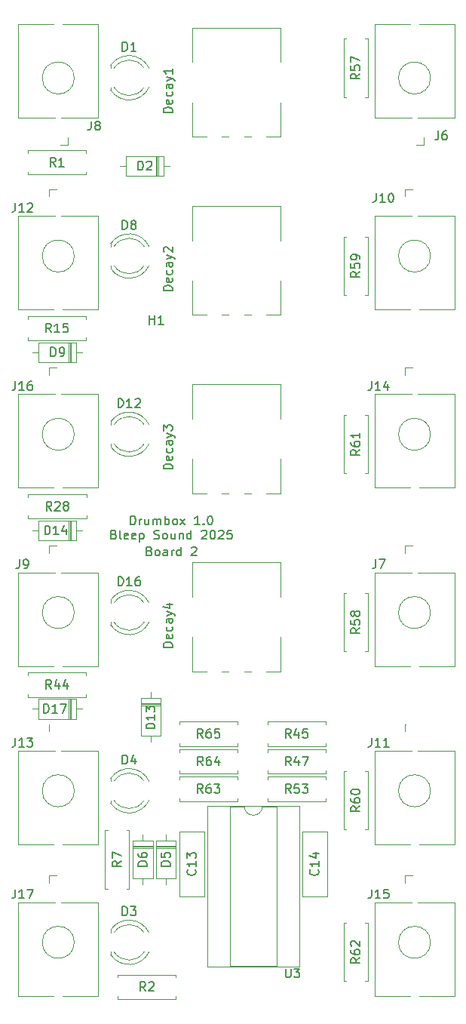
<source format=gto>
G04 #@! TF.GenerationSoftware,KiCad,Pcbnew,8.0.6-8.0.6-0~ubuntu22.04.1*
G04 #@! TF.CreationDate,2025-02-02T12:48:45+01:00*
G04 #@! TF.ProjectId,Drumbox,4472756d-626f-4782-9e6b-696361645f70,rev?*
G04 #@! TF.SameCoordinates,Original*
G04 #@! TF.FileFunction,Legend,Top*
G04 #@! TF.FilePolarity,Positive*
%FSLAX46Y46*%
G04 Gerber Fmt 4.6, Leading zero omitted, Abs format (unit mm)*
G04 Created by KiCad (PCBNEW 8.0.6-8.0.6-0~ubuntu22.04.1) date 2025-02-02 12:48:45*
%MOMM*%
%LPD*%
G01*
G04 APERTURE LIST*
%ADD10C,0.150000*%
%ADD11C,0.120000*%
%ADD12R,1.930000X1.830000*%
%ADD13C,2.130000*%
%ADD14R,1.800000X1.800000*%
%ADD15C,1.800000*%
%ADD16R,1.600000X1.600000*%
%ADD17O,1.600000X1.600000*%
%ADD18C,1.600000*%
%ADD19C,4.000000*%
%ADD20C,3.200000*%
%ADD21R,1.700000X1.700000*%
%ADD22O,1.700000X1.700000*%
G04 APERTURE END LIST*
D10*
X115528571Y-90449847D02*
X115528571Y-89449847D01*
X115528571Y-89449847D02*
X115766666Y-89449847D01*
X115766666Y-89449847D02*
X115909523Y-89497466D01*
X115909523Y-89497466D02*
X116004761Y-89592704D01*
X116004761Y-89592704D02*
X116052380Y-89687942D01*
X116052380Y-89687942D02*
X116099999Y-89878418D01*
X116099999Y-89878418D02*
X116099999Y-90021275D01*
X116099999Y-90021275D02*
X116052380Y-90211751D01*
X116052380Y-90211751D02*
X116004761Y-90306989D01*
X116004761Y-90306989D02*
X115909523Y-90402228D01*
X115909523Y-90402228D02*
X115766666Y-90449847D01*
X115766666Y-90449847D02*
X115528571Y-90449847D01*
X116528571Y-90449847D02*
X116528571Y-89783180D01*
X116528571Y-89973656D02*
X116576190Y-89878418D01*
X116576190Y-89878418D02*
X116623809Y-89830799D01*
X116623809Y-89830799D02*
X116719047Y-89783180D01*
X116719047Y-89783180D02*
X116814285Y-89783180D01*
X117576190Y-89783180D02*
X117576190Y-90449847D01*
X117147619Y-89783180D02*
X117147619Y-90306989D01*
X117147619Y-90306989D02*
X117195238Y-90402228D01*
X117195238Y-90402228D02*
X117290476Y-90449847D01*
X117290476Y-90449847D02*
X117433333Y-90449847D01*
X117433333Y-90449847D02*
X117528571Y-90402228D01*
X117528571Y-90402228D02*
X117576190Y-90354608D01*
X118052381Y-90449847D02*
X118052381Y-89783180D01*
X118052381Y-89878418D02*
X118100000Y-89830799D01*
X118100000Y-89830799D02*
X118195238Y-89783180D01*
X118195238Y-89783180D02*
X118338095Y-89783180D01*
X118338095Y-89783180D02*
X118433333Y-89830799D01*
X118433333Y-89830799D02*
X118480952Y-89926037D01*
X118480952Y-89926037D02*
X118480952Y-90449847D01*
X118480952Y-89926037D02*
X118528571Y-89830799D01*
X118528571Y-89830799D02*
X118623809Y-89783180D01*
X118623809Y-89783180D02*
X118766666Y-89783180D01*
X118766666Y-89783180D02*
X118861905Y-89830799D01*
X118861905Y-89830799D02*
X118909524Y-89926037D01*
X118909524Y-89926037D02*
X118909524Y-90449847D01*
X119385714Y-90449847D02*
X119385714Y-89449847D01*
X119385714Y-89830799D02*
X119480952Y-89783180D01*
X119480952Y-89783180D02*
X119671428Y-89783180D01*
X119671428Y-89783180D02*
X119766666Y-89830799D01*
X119766666Y-89830799D02*
X119814285Y-89878418D01*
X119814285Y-89878418D02*
X119861904Y-89973656D01*
X119861904Y-89973656D02*
X119861904Y-90259370D01*
X119861904Y-90259370D02*
X119814285Y-90354608D01*
X119814285Y-90354608D02*
X119766666Y-90402228D01*
X119766666Y-90402228D02*
X119671428Y-90449847D01*
X119671428Y-90449847D02*
X119480952Y-90449847D01*
X119480952Y-90449847D02*
X119385714Y-90402228D01*
X120433333Y-90449847D02*
X120338095Y-90402228D01*
X120338095Y-90402228D02*
X120290476Y-90354608D01*
X120290476Y-90354608D02*
X120242857Y-90259370D01*
X120242857Y-90259370D02*
X120242857Y-89973656D01*
X120242857Y-89973656D02*
X120290476Y-89878418D01*
X120290476Y-89878418D02*
X120338095Y-89830799D01*
X120338095Y-89830799D02*
X120433333Y-89783180D01*
X120433333Y-89783180D02*
X120576190Y-89783180D01*
X120576190Y-89783180D02*
X120671428Y-89830799D01*
X120671428Y-89830799D02*
X120719047Y-89878418D01*
X120719047Y-89878418D02*
X120766666Y-89973656D01*
X120766666Y-89973656D02*
X120766666Y-90259370D01*
X120766666Y-90259370D02*
X120719047Y-90354608D01*
X120719047Y-90354608D02*
X120671428Y-90402228D01*
X120671428Y-90402228D02*
X120576190Y-90449847D01*
X120576190Y-90449847D02*
X120433333Y-90449847D01*
X121100000Y-90449847D02*
X121623809Y-89783180D01*
X121100000Y-89783180D02*
X121623809Y-90449847D01*
X123290476Y-90449847D02*
X122719048Y-90449847D01*
X123004762Y-90449847D02*
X123004762Y-89449847D01*
X123004762Y-89449847D02*
X122909524Y-89592704D01*
X122909524Y-89592704D02*
X122814286Y-89687942D01*
X122814286Y-89687942D02*
X122719048Y-89735561D01*
X123719048Y-90354608D02*
X123766667Y-90402228D01*
X123766667Y-90402228D02*
X123719048Y-90449847D01*
X123719048Y-90449847D02*
X123671429Y-90402228D01*
X123671429Y-90402228D02*
X123719048Y-90354608D01*
X123719048Y-90354608D02*
X123719048Y-90449847D01*
X124385714Y-89449847D02*
X124480952Y-89449847D01*
X124480952Y-89449847D02*
X124576190Y-89497466D01*
X124576190Y-89497466D02*
X124623809Y-89545085D01*
X124623809Y-89545085D02*
X124671428Y-89640323D01*
X124671428Y-89640323D02*
X124719047Y-89830799D01*
X124719047Y-89830799D02*
X124719047Y-90068894D01*
X124719047Y-90068894D02*
X124671428Y-90259370D01*
X124671428Y-90259370D02*
X124623809Y-90354608D01*
X124623809Y-90354608D02*
X124576190Y-90402228D01*
X124576190Y-90402228D02*
X124480952Y-90449847D01*
X124480952Y-90449847D02*
X124385714Y-90449847D01*
X124385714Y-90449847D02*
X124290476Y-90402228D01*
X124290476Y-90402228D02*
X124242857Y-90354608D01*
X124242857Y-90354608D02*
X124195238Y-90259370D01*
X124195238Y-90259370D02*
X124147619Y-90068894D01*
X124147619Y-90068894D02*
X124147619Y-89830799D01*
X124147619Y-89830799D02*
X124195238Y-89640323D01*
X124195238Y-89640323D02*
X124242857Y-89545085D01*
X124242857Y-89545085D02*
X124290476Y-89497466D01*
X124290476Y-89497466D02*
X124385714Y-89449847D01*
X113647618Y-91535981D02*
X113790475Y-91583600D01*
X113790475Y-91583600D02*
X113838094Y-91631219D01*
X113838094Y-91631219D02*
X113885713Y-91726457D01*
X113885713Y-91726457D02*
X113885713Y-91869314D01*
X113885713Y-91869314D02*
X113838094Y-91964552D01*
X113838094Y-91964552D02*
X113790475Y-92012172D01*
X113790475Y-92012172D02*
X113695237Y-92059791D01*
X113695237Y-92059791D02*
X113314285Y-92059791D01*
X113314285Y-92059791D02*
X113314285Y-91059791D01*
X113314285Y-91059791D02*
X113647618Y-91059791D01*
X113647618Y-91059791D02*
X113742856Y-91107410D01*
X113742856Y-91107410D02*
X113790475Y-91155029D01*
X113790475Y-91155029D02*
X113838094Y-91250267D01*
X113838094Y-91250267D02*
X113838094Y-91345505D01*
X113838094Y-91345505D02*
X113790475Y-91440743D01*
X113790475Y-91440743D02*
X113742856Y-91488362D01*
X113742856Y-91488362D02*
X113647618Y-91535981D01*
X113647618Y-91535981D02*
X113314285Y-91535981D01*
X114457142Y-92059791D02*
X114361904Y-92012172D01*
X114361904Y-92012172D02*
X114314285Y-91916933D01*
X114314285Y-91916933D02*
X114314285Y-91059791D01*
X115219047Y-92012172D02*
X115123809Y-92059791D01*
X115123809Y-92059791D02*
X114933333Y-92059791D01*
X114933333Y-92059791D02*
X114838095Y-92012172D01*
X114838095Y-92012172D02*
X114790476Y-91916933D01*
X114790476Y-91916933D02*
X114790476Y-91535981D01*
X114790476Y-91535981D02*
X114838095Y-91440743D01*
X114838095Y-91440743D02*
X114933333Y-91393124D01*
X114933333Y-91393124D02*
X115123809Y-91393124D01*
X115123809Y-91393124D02*
X115219047Y-91440743D01*
X115219047Y-91440743D02*
X115266666Y-91535981D01*
X115266666Y-91535981D02*
X115266666Y-91631219D01*
X115266666Y-91631219D02*
X114790476Y-91726457D01*
X116076190Y-92012172D02*
X115980952Y-92059791D01*
X115980952Y-92059791D02*
X115790476Y-92059791D01*
X115790476Y-92059791D02*
X115695238Y-92012172D01*
X115695238Y-92012172D02*
X115647619Y-91916933D01*
X115647619Y-91916933D02*
X115647619Y-91535981D01*
X115647619Y-91535981D02*
X115695238Y-91440743D01*
X115695238Y-91440743D02*
X115790476Y-91393124D01*
X115790476Y-91393124D02*
X115980952Y-91393124D01*
X115980952Y-91393124D02*
X116076190Y-91440743D01*
X116076190Y-91440743D02*
X116123809Y-91535981D01*
X116123809Y-91535981D02*
X116123809Y-91631219D01*
X116123809Y-91631219D02*
X115647619Y-91726457D01*
X116552381Y-91393124D02*
X116552381Y-92393124D01*
X116552381Y-91440743D02*
X116647619Y-91393124D01*
X116647619Y-91393124D02*
X116838095Y-91393124D01*
X116838095Y-91393124D02*
X116933333Y-91440743D01*
X116933333Y-91440743D02*
X116980952Y-91488362D01*
X116980952Y-91488362D02*
X117028571Y-91583600D01*
X117028571Y-91583600D02*
X117028571Y-91869314D01*
X117028571Y-91869314D02*
X116980952Y-91964552D01*
X116980952Y-91964552D02*
X116933333Y-92012172D01*
X116933333Y-92012172D02*
X116838095Y-92059791D01*
X116838095Y-92059791D02*
X116647619Y-92059791D01*
X116647619Y-92059791D02*
X116552381Y-92012172D01*
X118171429Y-92012172D02*
X118314286Y-92059791D01*
X118314286Y-92059791D02*
X118552381Y-92059791D01*
X118552381Y-92059791D02*
X118647619Y-92012172D01*
X118647619Y-92012172D02*
X118695238Y-91964552D01*
X118695238Y-91964552D02*
X118742857Y-91869314D01*
X118742857Y-91869314D02*
X118742857Y-91774076D01*
X118742857Y-91774076D02*
X118695238Y-91678838D01*
X118695238Y-91678838D02*
X118647619Y-91631219D01*
X118647619Y-91631219D02*
X118552381Y-91583600D01*
X118552381Y-91583600D02*
X118361905Y-91535981D01*
X118361905Y-91535981D02*
X118266667Y-91488362D01*
X118266667Y-91488362D02*
X118219048Y-91440743D01*
X118219048Y-91440743D02*
X118171429Y-91345505D01*
X118171429Y-91345505D02*
X118171429Y-91250267D01*
X118171429Y-91250267D02*
X118219048Y-91155029D01*
X118219048Y-91155029D02*
X118266667Y-91107410D01*
X118266667Y-91107410D02*
X118361905Y-91059791D01*
X118361905Y-91059791D02*
X118600000Y-91059791D01*
X118600000Y-91059791D02*
X118742857Y-91107410D01*
X119314286Y-92059791D02*
X119219048Y-92012172D01*
X119219048Y-92012172D02*
X119171429Y-91964552D01*
X119171429Y-91964552D02*
X119123810Y-91869314D01*
X119123810Y-91869314D02*
X119123810Y-91583600D01*
X119123810Y-91583600D02*
X119171429Y-91488362D01*
X119171429Y-91488362D02*
X119219048Y-91440743D01*
X119219048Y-91440743D02*
X119314286Y-91393124D01*
X119314286Y-91393124D02*
X119457143Y-91393124D01*
X119457143Y-91393124D02*
X119552381Y-91440743D01*
X119552381Y-91440743D02*
X119600000Y-91488362D01*
X119600000Y-91488362D02*
X119647619Y-91583600D01*
X119647619Y-91583600D02*
X119647619Y-91869314D01*
X119647619Y-91869314D02*
X119600000Y-91964552D01*
X119600000Y-91964552D02*
X119552381Y-92012172D01*
X119552381Y-92012172D02*
X119457143Y-92059791D01*
X119457143Y-92059791D02*
X119314286Y-92059791D01*
X120504762Y-91393124D02*
X120504762Y-92059791D01*
X120076191Y-91393124D02*
X120076191Y-91916933D01*
X120076191Y-91916933D02*
X120123810Y-92012172D01*
X120123810Y-92012172D02*
X120219048Y-92059791D01*
X120219048Y-92059791D02*
X120361905Y-92059791D01*
X120361905Y-92059791D02*
X120457143Y-92012172D01*
X120457143Y-92012172D02*
X120504762Y-91964552D01*
X120980953Y-91393124D02*
X120980953Y-92059791D01*
X120980953Y-91488362D02*
X121028572Y-91440743D01*
X121028572Y-91440743D02*
X121123810Y-91393124D01*
X121123810Y-91393124D02*
X121266667Y-91393124D01*
X121266667Y-91393124D02*
X121361905Y-91440743D01*
X121361905Y-91440743D02*
X121409524Y-91535981D01*
X121409524Y-91535981D02*
X121409524Y-92059791D01*
X122314286Y-92059791D02*
X122314286Y-91059791D01*
X122314286Y-92012172D02*
X122219048Y-92059791D01*
X122219048Y-92059791D02*
X122028572Y-92059791D01*
X122028572Y-92059791D02*
X121933334Y-92012172D01*
X121933334Y-92012172D02*
X121885715Y-91964552D01*
X121885715Y-91964552D02*
X121838096Y-91869314D01*
X121838096Y-91869314D02*
X121838096Y-91583600D01*
X121838096Y-91583600D02*
X121885715Y-91488362D01*
X121885715Y-91488362D02*
X121933334Y-91440743D01*
X121933334Y-91440743D02*
X122028572Y-91393124D01*
X122028572Y-91393124D02*
X122219048Y-91393124D01*
X122219048Y-91393124D02*
X122314286Y-91440743D01*
X123504763Y-91155029D02*
X123552382Y-91107410D01*
X123552382Y-91107410D02*
X123647620Y-91059791D01*
X123647620Y-91059791D02*
X123885715Y-91059791D01*
X123885715Y-91059791D02*
X123980953Y-91107410D01*
X123980953Y-91107410D02*
X124028572Y-91155029D01*
X124028572Y-91155029D02*
X124076191Y-91250267D01*
X124076191Y-91250267D02*
X124076191Y-91345505D01*
X124076191Y-91345505D02*
X124028572Y-91488362D01*
X124028572Y-91488362D02*
X123457144Y-92059791D01*
X123457144Y-92059791D02*
X124076191Y-92059791D01*
X124695239Y-91059791D02*
X124790477Y-91059791D01*
X124790477Y-91059791D02*
X124885715Y-91107410D01*
X124885715Y-91107410D02*
X124933334Y-91155029D01*
X124933334Y-91155029D02*
X124980953Y-91250267D01*
X124980953Y-91250267D02*
X125028572Y-91440743D01*
X125028572Y-91440743D02*
X125028572Y-91678838D01*
X125028572Y-91678838D02*
X124980953Y-91869314D01*
X124980953Y-91869314D02*
X124933334Y-91964552D01*
X124933334Y-91964552D02*
X124885715Y-92012172D01*
X124885715Y-92012172D02*
X124790477Y-92059791D01*
X124790477Y-92059791D02*
X124695239Y-92059791D01*
X124695239Y-92059791D02*
X124600001Y-92012172D01*
X124600001Y-92012172D02*
X124552382Y-91964552D01*
X124552382Y-91964552D02*
X124504763Y-91869314D01*
X124504763Y-91869314D02*
X124457144Y-91678838D01*
X124457144Y-91678838D02*
X124457144Y-91440743D01*
X124457144Y-91440743D02*
X124504763Y-91250267D01*
X124504763Y-91250267D02*
X124552382Y-91155029D01*
X124552382Y-91155029D02*
X124600001Y-91107410D01*
X124600001Y-91107410D02*
X124695239Y-91059791D01*
X125409525Y-91155029D02*
X125457144Y-91107410D01*
X125457144Y-91107410D02*
X125552382Y-91059791D01*
X125552382Y-91059791D02*
X125790477Y-91059791D01*
X125790477Y-91059791D02*
X125885715Y-91107410D01*
X125885715Y-91107410D02*
X125933334Y-91155029D01*
X125933334Y-91155029D02*
X125980953Y-91250267D01*
X125980953Y-91250267D02*
X125980953Y-91345505D01*
X125980953Y-91345505D02*
X125933334Y-91488362D01*
X125933334Y-91488362D02*
X125361906Y-92059791D01*
X125361906Y-92059791D02*
X125980953Y-92059791D01*
X126885715Y-91059791D02*
X126409525Y-91059791D01*
X126409525Y-91059791D02*
X126361906Y-91535981D01*
X126361906Y-91535981D02*
X126409525Y-91488362D01*
X126409525Y-91488362D02*
X126504763Y-91440743D01*
X126504763Y-91440743D02*
X126742858Y-91440743D01*
X126742858Y-91440743D02*
X126838096Y-91488362D01*
X126838096Y-91488362D02*
X126885715Y-91535981D01*
X126885715Y-91535981D02*
X126933334Y-91631219D01*
X126933334Y-91631219D02*
X126933334Y-91869314D01*
X126933334Y-91869314D02*
X126885715Y-91964552D01*
X126885715Y-91964552D02*
X126838096Y-92012172D01*
X126838096Y-92012172D02*
X126742858Y-92059791D01*
X126742858Y-92059791D02*
X126504763Y-92059791D01*
X126504763Y-92059791D02*
X126409525Y-92012172D01*
X126409525Y-92012172D02*
X126361906Y-91964552D01*
X117647618Y-93401009D02*
X117790475Y-93448628D01*
X117790475Y-93448628D02*
X117838094Y-93496247D01*
X117838094Y-93496247D02*
X117885713Y-93591485D01*
X117885713Y-93591485D02*
X117885713Y-93734342D01*
X117885713Y-93734342D02*
X117838094Y-93829580D01*
X117838094Y-93829580D02*
X117790475Y-93877200D01*
X117790475Y-93877200D02*
X117695237Y-93924819D01*
X117695237Y-93924819D02*
X117314285Y-93924819D01*
X117314285Y-93924819D02*
X117314285Y-92924819D01*
X117314285Y-92924819D02*
X117647618Y-92924819D01*
X117647618Y-92924819D02*
X117742856Y-92972438D01*
X117742856Y-92972438D02*
X117790475Y-93020057D01*
X117790475Y-93020057D02*
X117838094Y-93115295D01*
X117838094Y-93115295D02*
X117838094Y-93210533D01*
X117838094Y-93210533D02*
X117790475Y-93305771D01*
X117790475Y-93305771D02*
X117742856Y-93353390D01*
X117742856Y-93353390D02*
X117647618Y-93401009D01*
X117647618Y-93401009D02*
X117314285Y-93401009D01*
X118457142Y-93924819D02*
X118361904Y-93877200D01*
X118361904Y-93877200D02*
X118314285Y-93829580D01*
X118314285Y-93829580D02*
X118266666Y-93734342D01*
X118266666Y-93734342D02*
X118266666Y-93448628D01*
X118266666Y-93448628D02*
X118314285Y-93353390D01*
X118314285Y-93353390D02*
X118361904Y-93305771D01*
X118361904Y-93305771D02*
X118457142Y-93258152D01*
X118457142Y-93258152D02*
X118599999Y-93258152D01*
X118599999Y-93258152D02*
X118695237Y-93305771D01*
X118695237Y-93305771D02*
X118742856Y-93353390D01*
X118742856Y-93353390D02*
X118790475Y-93448628D01*
X118790475Y-93448628D02*
X118790475Y-93734342D01*
X118790475Y-93734342D02*
X118742856Y-93829580D01*
X118742856Y-93829580D02*
X118695237Y-93877200D01*
X118695237Y-93877200D02*
X118599999Y-93924819D01*
X118599999Y-93924819D02*
X118457142Y-93924819D01*
X119647618Y-93924819D02*
X119647618Y-93401009D01*
X119647618Y-93401009D02*
X119599999Y-93305771D01*
X119599999Y-93305771D02*
X119504761Y-93258152D01*
X119504761Y-93258152D02*
X119314285Y-93258152D01*
X119314285Y-93258152D02*
X119219047Y-93305771D01*
X119647618Y-93877200D02*
X119552380Y-93924819D01*
X119552380Y-93924819D02*
X119314285Y-93924819D01*
X119314285Y-93924819D02*
X119219047Y-93877200D01*
X119219047Y-93877200D02*
X119171428Y-93781961D01*
X119171428Y-93781961D02*
X119171428Y-93686723D01*
X119171428Y-93686723D02*
X119219047Y-93591485D01*
X119219047Y-93591485D02*
X119314285Y-93543866D01*
X119314285Y-93543866D02*
X119552380Y-93543866D01*
X119552380Y-93543866D02*
X119647618Y-93496247D01*
X120123809Y-93924819D02*
X120123809Y-93258152D01*
X120123809Y-93448628D02*
X120171428Y-93353390D01*
X120171428Y-93353390D02*
X120219047Y-93305771D01*
X120219047Y-93305771D02*
X120314285Y-93258152D01*
X120314285Y-93258152D02*
X120409523Y-93258152D01*
X121171428Y-93924819D02*
X121171428Y-92924819D01*
X121171428Y-93877200D02*
X121076190Y-93924819D01*
X121076190Y-93924819D02*
X120885714Y-93924819D01*
X120885714Y-93924819D02*
X120790476Y-93877200D01*
X120790476Y-93877200D02*
X120742857Y-93829580D01*
X120742857Y-93829580D02*
X120695238Y-93734342D01*
X120695238Y-93734342D02*
X120695238Y-93448628D01*
X120695238Y-93448628D02*
X120742857Y-93353390D01*
X120742857Y-93353390D02*
X120790476Y-93305771D01*
X120790476Y-93305771D02*
X120885714Y-93258152D01*
X120885714Y-93258152D02*
X121076190Y-93258152D01*
X121076190Y-93258152D02*
X121171428Y-93305771D01*
X122361905Y-93020057D02*
X122409524Y-92972438D01*
X122409524Y-92972438D02*
X122504762Y-92924819D01*
X122504762Y-92924819D02*
X122742857Y-92924819D01*
X122742857Y-92924819D02*
X122838095Y-92972438D01*
X122838095Y-92972438D02*
X122885714Y-93020057D01*
X122885714Y-93020057D02*
X122933333Y-93115295D01*
X122933333Y-93115295D02*
X122933333Y-93210533D01*
X122933333Y-93210533D02*
X122885714Y-93353390D01*
X122885714Y-93353390D02*
X122314286Y-93924819D01*
X122314286Y-93924819D02*
X122933333Y-93924819D01*
X142560476Y-114354819D02*
X142560476Y-115069104D01*
X142560476Y-115069104D02*
X142512857Y-115211961D01*
X142512857Y-115211961D02*
X142417619Y-115307200D01*
X142417619Y-115307200D02*
X142274762Y-115354819D01*
X142274762Y-115354819D02*
X142179524Y-115354819D01*
X143560476Y-115354819D02*
X142989048Y-115354819D01*
X143274762Y-115354819D02*
X143274762Y-114354819D01*
X143274762Y-114354819D02*
X143179524Y-114497676D01*
X143179524Y-114497676D02*
X143084286Y-114592914D01*
X143084286Y-114592914D02*
X142989048Y-114640533D01*
X144512857Y-115354819D02*
X143941429Y-115354819D01*
X144227143Y-115354819D02*
X144227143Y-114354819D01*
X144227143Y-114354819D02*
X144131905Y-114497676D01*
X144131905Y-114497676D02*
X144036667Y-114592914D01*
X144036667Y-114592914D02*
X143941429Y-114640533D01*
X114135714Y-77294819D02*
X114135714Y-76294819D01*
X114135714Y-76294819D02*
X114373809Y-76294819D01*
X114373809Y-76294819D02*
X114516666Y-76342438D01*
X114516666Y-76342438D02*
X114611904Y-76437676D01*
X114611904Y-76437676D02*
X114659523Y-76532914D01*
X114659523Y-76532914D02*
X114707142Y-76723390D01*
X114707142Y-76723390D02*
X114707142Y-76866247D01*
X114707142Y-76866247D02*
X114659523Y-77056723D01*
X114659523Y-77056723D02*
X114611904Y-77151961D01*
X114611904Y-77151961D02*
X114516666Y-77247200D01*
X114516666Y-77247200D02*
X114373809Y-77294819D01*
X114373809Y-77294819D02*
X114135714Y-77294819D01*
X115659523Y-77294819D02*
X115088095Y-77294819D01*
X115373809Y-77294819D02*
X115373809Y-76294819D01*
X115373809Y-76294819D02*
X115278571Y-76437676D01*
X115278571Y-76437676D02*
X115183333Y-76532914D01*
X115183333Y-76532914D02*
X115088095Y-76580533D01*
X116040476Y-76390057D02*
X116088095Y-76342438D01*
X116088095Y-76342438D02*
X116183333Y-76294819D01*
X116183333Y-76294819D02*
X116421428Y-76294819D01*
X116421428Y-76294819D02*
X116516666Y-76342438D01*
X116516666Y-76342438D02*
X116564285Y-76390057D01*
X116564285Y-76390057D02*
X116611904Y-76485295D01*
X116611904Y-76485295D02*
X116611904Y-76580533D01*
X116611904Y-76580533D02*
X116564285Y-76723390D01*
X116564285Y-76723390D02*
X115992857Y-77294819D01*
X115992857Y-77294819D02*
X116611904Y-77294819D01*
X143036666Y-94354819D02*
X143036666Y-95069104D01*
X143036666Y-95069104D02*
X142989047Y-95211961D01*
X142989047Y-95211961D02*
X142893809Y-95307200D01*
X142893809Y-95307200D02*
X142750952Y-95354819D01*
X142750952Y-95354819D02*
X142655714Y-95354819D01*
X143417619Y-94354819D02*
X144084285Y-94354819D01*
X144084285Y-94354819D02*
X143655714Y-95354819D01*
X132933095Y-140259819D02*
X132933095Y-141069342D01*
X132933095Y-141069342D02*
X132980714Y-141164580D01*
X132980714Y-141164580D02*
X133028333Y-141212200D01*
X133028333Y-141212200D02*
X133123571Y-141259819D01*
X133123571Y-141259819D02*
X133314047Y-141259819D01*
X133314047Y-141259819D02*
X133409285Y-141212200D01*
X133409285Y-141212200D02*
X133456904Y-141164580D01*
X133456904Y-141164580D02*
X133504523Y-141069342D01*
X133504523Y-141069342D02*
X133504523Y-140259819D01*
X133885476Y-140259819D02*
X134504523Y-140259819D01*
X134504523Y-140259819D02*
X134171190Y-140640771D01*
X134171190Y-140640771D02*
X134314047Y-140640771D01*
X134314047Y-140640771D02*
X134409285Y-140688390D01*
X134409285Y-140688390D02*
X134456904Y-140736009D01*
X134456904Y-140736009D02*
X134504523Y-140831247D01*
X134504523Y-140831247D02*
X134504523Y-141069342D01*
X134504523Y-141069342D02*
X134456904Y-141164580D01*
X134456904Y-141164580D02*
X134409285Y-141212200D01*
X134409285Y-141212200D02*
X134314047Y-141259819D01*
X134314047Y-141259819D02*
X134028333Y-141259819D01*
X134028333Y-141259819D02*
X133933095Y-141212200D01*
X133933095Y-141212200D02*
X133885476Y-141164580D01*
X141254819Y-62052857D02*
X140778628Y-62386190D01*
X141254819Y-62624285D02*
X140254819Y-62624285D01*
X140254819Y-62624285D02*
X140254819Y-62243333D01*
X140254819Y-62243333D02*
X140302438Y-62148095D01*
X140302438Y-62148095D02*
X140350057Y-62100476D01*
X140350057Y-62100476D02*
X140445295Y-62052857D01*
X140445295Y-62052857D02*
X140588152Y-62052857D01*
X140588152Y-62052857D02*
X140683390Y-62100476D01*
X140683390Y-62100476D02*
X140731009Y-62148095D01*
X140731009Y-62148095D02*
X140778628Y-62243333D01*
X140778628Y-62243333D02*
X140778628Y-62624285D01*
X140254819Y-61148095D02*
X140254819Y-61624285D01*
X140254819Y-61624285D02*
X140731009Y-61671904D01*
X140731009Y-61671904D02*
X140683390Y-61624285D01*
X140683390Y-61624285D02*
X140635771Y-61529047D01*
X140635771Y-61529047D02*
X140635771Y-61290952D01*
X140635771Y-61290952D02*
X140683390Y-61195714D01*
X140683390Y-61195714D02*
X140731009Y-61148095D01*
X140731009Y-61148095D02*
X140826247Y-61100476D01*
X140826247Y-61100476D02*
X141064342Y-61100476D01*
X141064342Y-61100476D02*
X141159580Y-61148095D01*
X141159580Y-61148095D02*
X141207200Y-61195714D01*
X141207200Y-61195714D02*
X141254819Y-61290952D01*
X141254819Y-61290952D02*
X141254819Y-61529047D01*
X141254819Y-61529047D02*
X141207200Y-61624285D01*
X141207200Y-61624285D02*
X141159580Y-61671904D01*
X141254819Y-60624285D02*
X141254819Y-60433809D01*
X141254819Y-60433809D02*
X141207200Y-60338571D01*
X141207200Y-60338571D02*
X141159580Y-60290952D01*
X141159580Y-60290952D02*
X141016723Y-60195714D01*
X141016723Y-60195714D02*
X140826247Y-60148095D01*
X140826247Y-60148095D02*
X140445295Y-60148095D01*
X140445295Y-60148095D02*
X140350057Y-60195714D01*
X140350057Y-60195714D02*
X140302438Y-60243333D01*
X140302438Y-60243333D02*
X140254819Y-60338571D01*
X140254819Y-60338571D02*
X140254819Y-60529047D01*
X140254819Y-60529047D02*
X140302438Y-60624285D01*
X140302438Y-60624285D02*
X140350057Y-60671904D01*
X140350057Y-60671904D02*
X140445295Y-60719523D01*
X140445295Y-60719523D02*
X140683390Y-60719523D01*
X140683390Y-60719523D02*
X140778628Y-60671904D01*
X140778628Y-60671904D02*
X140826247Y-60624285D01*
X140826247Y-60624285D02*
X140873866Y-60529047D01*
X140873866Y-60529047D02*
X140873866Y-60338571D01*
X140873866Y-60338571D02*
X140826247Y-60243333D01*
X140826247Y-60243333D02*
X140778628Y-60195714D01*
X140778628Y-60195714D02*
X140683390Y-60148095D01*
X105785714Y-111554819D02*
X105785714Y-110554819D01*
X105785714Y-110554819D02*
X106023809Y-110554819D01*
X106023809Y-110554819D02*
X106166666Y-110602438D01*
X106166666Y-110602438D02*
X106261904Y-110697676D01*
X106261904Y-110697676D02*
X106309523Y-110792914D01*
X106309523Y-110792914D02*
X106357142Y-110983390D01*
X106357142Y-110983390D02*
X106357142Y-111126247D01*
X106357142Y-111126247D02*
X106309523Y-111316723D01*
X106309523Y-111316723D02*
X106261904Y-111411961D01*
X106261904Y-111411961D02*
X106166666Y-111507200D01*
X106166666Y-111507200D02*
X106023809Y-111554819D01*
X106023809Y-111554819D02*
X105785714Y-111554819D01*
X107309523Y-111554819D02*
X106738095Y-111554819D01*
X107023809Y-111554819D02*
X107023809Y-110554819D01*
X107023809Y-110554819D02*
X106928571Y-110697676D01*
X106928571Y-110697676D02*
X106833333Y-110792914D01*
X106833333Y-110792914D02*
X106738095Y-110840533D01*
X107642857Y-110554819D02*
X108309523Y-110554819D01*
X108309523Y-110554819D02*
X107880952Y-111554819D01*
X117183333Y-142754819D02*
X116850000Y-142278628D01*
X116611905Y-142754819D02*
X116611905Y-141754819D01*
X116611905Y-141754819D02*
X116992857Y-141754819D01*
X116992857Y-141754819D02*
X117088095Y-141802438D01*
X117088095Y-141802438D02*
X117135714Y-141850057D01*
X117135714Y-141850057D02*
X117183333Y-141945295D01*
X117183333Y-141945295D02*
X117183333Y-142088152D01*
X117183333Y-142088152D02*
X117135714Y-142183390D01*
X117135714Y-142183390D02*
X117088095Y-142231009D01*
X117088095Y-142231009D02*
X116992857Y-142278628D01*
X116992857Y-142278628D02*
X116611905Y-142278628D01*
X117564286Y-141850057D02*
X117611905Y-141802438D01*
X117611905Y-141802438D02*
X117707143Y-141754819D01*
X117707143Y-141754819D02*
X117945238Y-141754819D01*
X117945238Y-141754819D02*
X118040476Y-141802438D01*
X118040476Y-141802438D02*
X118088095Y-141850057D01*
X118088095Y-141850057D02*
X118135714Y-141945295D01*
X118135714Y-141945295D02*
X118135714Y-142040533D01*
X118135714Y-142040533D02*
X118088095Y-142183390D01*
X118088095Y-142183390D02*
X117516667Y-142754819D01*
X117516667Y-142754819D02*
X118135714Y-142754819D01*
X136554580Y-129147857D02*
X136602200Y-129195476D01*
X136602200Y-129195476D02*
X136649819Y-129338333D01*
X136649819Y-129338333D02*
X136649819Y-129433571D01*
X136649819Y-129433571D02*
X136602200Y-129576428D01*
X136602200Y-129576428D02*
X136506961Y-129671666D01*
X136506961Y-129671666D02*
X136411723Y-129719285D01*
X136411723Y-129719285D02*
X136221247Y-129766904D01*
X136221247Y-129766904D02*
X136078390Y-129766904D01*
X136078390Y-129766904D02*
X135887914Y-129719285D01*
X135887914Y-129719285D02*
X135792676Y-129671666D01*
X135792676Y-129671666D02*
X135697438Y-129576428D01*
X135697438Y-129576428D02*
X135649819Y-129433571D01*
X135649819Y-129433571D02*
X135649819Y-129338333D01*
X135649819Y-129338333D02*
X135697438Y-129195476D01*
X135697438Y-129195476D02*
X135745057Y-129147857D01*
X136649819Y-128195476D02*
X136649819Y-128766904D01*
X136649819Y-128481190D02*
X135649819Y-128481190D01*
X135649819Y-128481190D02*
X135792676Y-128576428D01*
X135792676Y-128576428D02*
X135887914Y-128671666D01*
X135887914Y-128671666D02*
X135935533Y-128766904D01*
X135983152Y-127338333D02*
X136649819Y-127338333D01*
X135602200Y-127576428D02*
X136316485Y-127814523D01*
X136316485Y-127814523D02*
X136316485Y-127195476D01*
X123632142Y-114359819D02*
X123298809Y-113883628D01*
X123060714Y-114359819D02*
X123060714Y-113359819D01*
X123060714Y-113359819D02*
X123441666Y-113359819D01*
X123441666Y-113359819D02*
X123536904Y-113407438D01*
X123536904Y-113407438D02*
X123584523Y-113455057D01*
X123584523Y-113455057D02*
X123632142Y-113550295D01*
X123632142Y-113550295D02*
X123632142Y-113693152D01*
X123632142Y-113693152D02*
X123584523Y-113788390D01*
X123584523Y-113788390D02*
X123536904Y-113836009D01*
X123536904Y-113836009D02*
X123441666Y-113883628D01*
X123441666Y-113883628D02*
X123060714Y-113883628D01*
X124489285Y-113359819D02*
X124298809Y-113359819D01*
X124298809Y-113359819D02*
X124203571Y-113407438D01*
X124203571Y-113407438D02*
X124155952Y-113455057D01*
X124155952Y-113455057D02*
X124060714Y-113597914D01*
X124060714Y-113597914D02*
X124013095Y-113788390D01*
X124013095Y-113788390D02*
X124013095Y-114169342D01*
X124013095Y-114169342D02*
X124060714Y-114264580D01*
X124060714Y-114264580D02*
X124108333Y-114312200D01*
X124108333Y-114312200D02*
X124203571Y-114359819D01*
X124203571Y-114359819D02*
X124394047Y-114359819D01*
X124394047Y-114359819D02*
X124489285Y-114312200D01*
X124489285Y-114312200D02*
X124536904Y-114264580D01*
X124536904Y-114264580D02*
X124584523Y-114169342D01*
X124584523Y-114169342D02*
X124584523Y-113931247D01*
X124584523Y-113931247D02*
X124536904Y-113836009D01*
X124536904Y-113836009D02*
X124489285Y-113788390D01*
X124489285Y-113788390D02*
X124394047Y-113740771D01*
X124394047Y-113740771D02*
X124203571Y-113740771D01*
X124203571Y-113740771D02*
X124108333Y-113788390D01*
X124108333Y-113788390D02*
X124060714Y-113836009D01*
X124060714Y-113836009D02*
X124013095Y-113931247D01*
X125489285Y-113359819D02*
X125013095Y-113359819D01*
X125013095Y-113359819D02*
X124965476Y-113836009D01*
X124965476Y-113836009D02*
X125013095Y-113788390D01*
X125013095Y-113788390D02*
X125108333Y-113740771D01*
X125108333Y-113740771D02*
X125346428Y-113740771D01*
X125346428Y-113740771D02*
X125441666Y-113788390D01*
X125441666Y-113788390D02*
X125489285Y-113836009D01*
X125489285Y-113836009D02*
X125536904Y-113931247D01*
X125536904Y-113931247D02*
X125536904Y-114169342D01*
X125536904Y-114169342D02*
X125489285Y-114264580D01*
X125489285Y-114264580D02*
X125441666Y-114312200D01*
X125441666Y-114312200D02*
X125346428Y-114359819D01*
X125346428Y-114359819D02*
X125108333Y-114359819D01*
X125108333Y-114359819D02*
X125013095Y-114312200D01*
X125013095Y-114312200D02*
X124965476Y-114264580D01*
X103036666Y-94354819D02*
X103036666Y-95069104D01*
X103036666Y-95069104D02*
X102989047Y-95211961D01*
X102989047Y-95211961D02*
X102893809Y-95307200D01*
X102893809Y-95307200D02*
X102750952Y-95354819D01*
X102750952Y-95354819D02*
X102655714Y-95354819D01*
X103560476Y-95354819D02*
X103750952Y-95354819D01*
X103750952Y-95354819D02*
X103846190Y-95307200D01*
X103846190Y-95307200D02*
X103893809Y-95259580D01*
X103893809Y-95259580D02*
X103989047Y-95116723D01*
X103989047Y-95116723D02*
X104036666Y-94926247D01*
X104036666Y-94926247D02*
X104036666Y-94545295D01*
X104036666Y-94545295D02*
X103989047Y-94450057D01*
X103989047Y-94450057D02*
X103941428Y-94402438D01*
X103941428Y-94402438D02*
X103846190Y-94354819D01*
X103846190Y-94354819D02*
X103655714Y-94354819D01*
X103655714Y-94354819D02*
X103560476Y-94402438D01*
X103560476Y-94402438D02*
X103512857Y-94450057D01*
X103512857Y-94450057D02*
X103465238Y-94545295D01*
X103465238Y-94545295D02*
X103465238Y-94783390D01*
X103465238Y-94783390D02*
X103512857Y-94878628D01*
X103512857Y-94878628D02*
X103560476Y-94926247D01*
X103560476Y-94926247D02*
X103655714Y-94973866D01*
X103655714Y-94973866D02*
X103846190Y-94973866D01*
X103846190Y-94973866D02*
X103941428Y-94926247D01*
X103941428Y-94926247D02*
X103989047Y-94878628D01*
X103989047Y-94878628D02*
X104036666Y-94783390D01*
X114135714Y-97294819D02*
X114135714Y-96294819D01*
X114135714Y-96294819D02*
X114373809Y-96294819D01*
X114373809Y-96294819D02*
X114516666Y-96342438D01*
X114516666Y-96342438D02*
X114611904Y-96437676D01*
X114611904Y-96437676D02*
X114659523Y-96532914D01*
X114659523Y-96532914D02*
X114707142Y-96723390D01*
X114707142Y-96723390D02*
X114707142Y-96866247D01*
X114707142Y-96866247D02*
X114659523Y-97056723D01*
X114659523Y-97056723D02*
X114611904Y-97151961D01*
X114611904Y-97151961D02*
X114516666Y-97247200D01*
X114516666Y-97247200D02*
X114373809Y-97294819D01*
X114373809Y-97294819D02*
X114135714Y-97294819D01*
X115659523Y-97294819D02*
X115088095Y-97294819D01*
X115373809Y-97294819D02*
X115373809Y-96294819D01*
X115373809Y-96294819D02*
X115278571Y-96437676D01*
X115278571Y-96437676D02*
X115183333Y-96532914D01*
X115183333Y-96532914D02*
X115088095Y-96580533D01*
X116516666Y-96294819D02*
X116326190Y-96294819D01*
X116326190Y-96294819D02*
X116230952Y-96342438D01*
X116230952Y-96342438D02*
X116183333Y-96390057D01*
X116183333Y-96390057D02*
X116088095Y-96532914D01*
X116088095Y-96532914D02*
X116040476Y-96723390D01*
X116040476Y-96723390D02*
X116040476Y-97104342D01*
X116040476Y-97104342D02*
X116088095Y-97199580D01*
X116088095Y-97199580D02*
X116135714Y-97247200D01*
X116135714Y-97247200D02*
X116230952Y-97294819D01*
X116230952Y-97294819D02*
X116421428Y-97294819D01*
X116421428Y-97294819D02*
X116516666Y-97247200D01*
X116516666Y-97247200D02*
X116564285Y-97199580D01*
X116564285Y-97199580D02*
X116611904Y-97104342D01*
X116611904Y-97104342D02*
X116611904Y-96866247D01*
X116611904Y-96866247D02*
X116564285Y-96771009D01*
X116564285Y-96771009D02*
X116516666Y-96723390D01*
X116516666Y-96723390D02*
X116421428Y-96675771D01*
X116421428Y-96675771D02*
X116230952Y-96675771D01*
X116230952Y-96675771D02*
X116135714Y-96723390D01*
X116135714Y-96723390D02*
X116088095Y-96771009D01*
X116088095Y-96771009D02*
X116040476Y-96866247D01*
X114611905Y-37294819D02*
X114611905Y-36294819D01*
X114611905Y-36294819D02*
X114850000Y-36294819D01*
X114850000Y-36294819D02*
X114992857Y-36342438D01*
X114992857Y-36342438D02*
X115088095Y-36437676D01*
X115088095Y-36437676D02*
X115135714Y-36532914D01*
X115135714Y-36532914D02*
X115183333Y-36723390D01*
X115183333Y-36723390D02*
X115183333Y-36866247D01*
X115183333Y-36866247D02*
X115135714Y-37056723D01*
X115135714Y-37056723D02*
X115088095Y-37151961D01*
X115088095Y-37151961D02*
X114992857Y-37247200D01*
X114992857Y-37247200D02*
X114850000Y-37294819D01*
X114850000Y-37294819D02*
X114611905Y-37294819D01*
X116135714Y-37294819D02*
X115564286Y-37294819D01*
X115850000Y-37294819D02*
X115850000Y-36294819D01*
X115850000Y-36294819D02*
X115754762Y-36437676D01*
X115754762Y-36437676D02*
X115659524Y-36532914D01*
X115659524Y-36532914D02*
X115564286Y-36580533D01*
X118254819Y-113304285D02*
X117254819Y-113304285D01*
X117254819Y-113304285D02*
X117254819Y-113066190D01*
X117254819Y-113066190D02*
X117302438Y-112923333D01*
X117302438Y-112923333D02*
X117397676Y-112828095D01*
X117397676Y-112828095D02*
X117492914Y-112780476D01*
X117492914Y-112780476D02*
X117683390Y-112732857D01*
X117683390Y-112732857D02*
X117826247Y-112732857D01*
X117826247Y-112732857D02*
X118016723Y-112780476D01*
X118016723Y-112780476D02*
X118111961Y-112828095D01*
X118111961Y-112828095D02*
X118207200Y-112923333D01*
X118207200Y-112923333D02*
X118254819Y-113066190D01*
X118254819Y-113066190D02*
X118254819Y-113304285D01*
X118254819Y-111780476D02*
X118254819Y-112351904D01*
X118254819Y-112066190D02*
X117254819Y-112066190D01*
X117254819Y-112066190D02*
X117397676Y-112161428D01*
X117397676Y-112161428D02*
X117492914Y-112256666D01*
X117492914Y-112256666D02*
X117540533Y-112351904D01*
X117254819Y-111447142D02*
X117254819Y-110828095D01*
X117254819Y-110828095D02*
X117635771Y-111161428D01*
X117635771Y-111161428D02*
X117635771Y-111018571D01*
X117635771Y-111018571D02*
X117683390Y-110923333D01*
X117683390Y-110923333D02*
X117731009Y-110875714D01*
X117731009Y-110875714D02*
X117826247Y-110828095D01*
X117826247Y-110828095D02*
X118064342Y-110828095D01*
X118064342Y-110828095D02*
X118159580Y-110875714D01*
X118159580Y-110875714D02*
X118207200Y-110923333D01*
X118207200Y-110923333D02*
X118254819Y-111018571D01*
X118254819Y-111018571D02*
X118254819Y-111304285D01*
X118254819Y-111304285D02*
X118207200Y-111399523D01*
X118207200Y-111399523D02*
X118159580Y-111447142D01*
X120204819Y-44178571D02*
X119204819Y-44178571D01*
X119204819Y-44178571D02*
X119204819Y-43940476D01*
X119204819Y-43940476D02*
X119252438Y-43797619D01*
X119252438Y-43797619D02*
X119347676Y-43702381D01*
X119347676Y-43702381D02*
X119442914Y-43654762D01*
X119442914Y-43654762D02*
X119633390Y-43607143D01*
X119633390Y-43607143D02*
X119776247Y-43607143D01*
X119776247Y-43607143D02*
X119966723Y-43654762D01*
X119966723Y-43654762D02*
X120061961Y-43702381D01*
X120061961Y-43702381D02*
X120157200Y-43797619D01*
X120157200Y-43797619D02*
X120204819Y-43940476D01*
X120204819Y-43940476D02*
X120204819Y-44178571D01*
X120157200Y-42797619D02*
X120204819Y-42892857D01*
X120204819Y-42892857D02*
X120204819Y-43083333D01*
X120204819Y-43083333D02*
X120157200Y-43178571D01*
X120157200Y-43178571D02*
X120061961Y-43226190D01*
X120061961Y-43226190D02*
X119681009Y-43226190D01*
X119681009Y-43226190D02*
X119585771Y-43178571D01*
X119585771Y-43178571D02*
X119538152Y-43083333D01*
X119538152Y-43083333D02*
X119538152Y-42892857D01*
X119538152Y-42892857D02*
X119585771Y-42797619D01*
X119585771Y-42797619D02*
X119681009Y-42750000D01*
X119681009Y-42750000D02*
X119776247Y-42750000D01*
X119776247Y-42750000D02*
X119871485Y-43226190D01*
X120157200Y-41892857D02*
X120204819Y-41988095D01*
X120204819Y-41988095D02*
X120204819Y-42178571D01*
X120204819Y-42178571D02*
X120157200Y-42273809D01*
X120157200Y-42273809D02*
X120109580Y-42321428D01*
X120109580Y-42321428D02*
X120014342Y-42369047D01*
X120014342Y-42369047D02*
X119728628Y-42369047D01*
X119728628Y-42369047D02*
X119633390Y-42321428D01*
X119633390Y-42321428D02*
X119585771Y-42273809D01*
X119585771Y-42273809D02*
X119538152Y-42178571D01*
X119538152Y-42178571D02*
X119538152Y-41988095D01*
X119538152Y-41988095D02*
X119585771Y-41892857D01*
X120204819Y-41035714D02*
X119681009Y-41035714D01*
X119681009Y-41035714D02*
X119585771Y-41083333D01*
X119585771Y-41083333D02*
X119538152Y-41178571D01*
X119538152Y-41178571D02*
X119538152Y-41369047D01*
X119538152Y-41369047D02*
X119585771Y-41464285D01*
X120157200Y-41035714D02*
X120204819Y-41130952D01*
X120204819Y-41130952D02*
X120204819Y-41369047D01*
X120204819Y-41369047D02*
X120157200Y-41464285D01*
X120157200Y-41464285D02*
X120061961Y-41511904D01*
X120061961Y-41511904D02*
X119966723Y-41511904D01*
X119966723Y-41511904D02*
X119871485Y-41464285D01*
X119871485Y-41464285D02*
X119823866Y-41369047D01*
X119823866Y-41369047D02*
X119823866Y-41130952D01*
X119823866Y-41130952D02*
X119776247Y-41035714D01*
X119538152Y-40654761D02*
X120204819Y-40416666D01*
X119538152Y-40178571D02*
X120204819Y-40416666D01*
X120204819Y-40416666D02*
X120442914Y-40511904D01*
X120442914Y-40511904D02*
X120490533Y-40559523D01*
X120490533Y-40559523D02*
X120538152Y-40654761D01*
X120204819Y-39273809D02*
X120204819Y-39845237D01*
X120204819Y-39559523D02*
X119204819Y-39559523D01*
X119204819Y-39559523D02*
X119347676Y-39654761D01*
X119347676Y-39654761D02*
X119442914Y-39749999D01*
X119442914Y-39749999D02*
X119490533Y-39845237D01*
X106597142Y-68854819D02*
X106263809Y-68378628D01*
X106025714Y-68854819D02*
X106025714Y-67854819D01*
X106025714Y-67854819D02*
X106406666Y-67854819D01*
X106406666Y-67854819D02*
X106501904Y-67902438D01*
X106501904Y-67902438D02*
X106549523Y-67950057D01*
X106549523Y-67950057D02*
X106597142Y-68045295D01*
X106597142Y-68045295D02*
X106597142Y-68188152D01*
X106597142Y-68188152D02*
X106549523Y-68283390D01*
X106549523Y-68283390D02*
X106501904Y-68331009D01*
X106501904Y-68331009D02*
X106406666Y-68378628D01*
X106406666Y-68378628D02*
X106025714Y-68378628D01*
X107549523Y-68854819D02*
X106978095Y-68854819D01*
X107263809Y-68854819D02*
X107263809Y-67854819D01*
X107263809Y-67854819D02*
X107168571Y-67997676D01*
X107168571Y-67997676D02*
X107073333Y-68092914D01*
X107073333Y-68092914D02*
X106978095Y-68140533D01*
X108454285Y-67854819D02*
X107978095Y-67854819D01*
X107978095Y-67854819D02*
X107930476Y-68331009D01*
X107930476Y-68331009D02*
X107978095Y-68283390D01*
X107978095Y-68283390D02*
X108073333Y-68235771D01*
X108073333Y-68235771D02*
X108311428Y-68235771D01*
X108311428Y-68235771D02*
X108406666Y-68283390D01*
X108406666Y-68283390D02*
X108454285Y-68331009D01*
X108454285Y-68331009D02*
X108501904Y-68426247D01*
X108501904Y-68426247D02*
X108501904Y-68664342D01*
X108501904Y-68664342D02*
X108454285Y-68759580D01*
X108454285Y-68759580D02*
X108406666Y-68807200D01*
X108406666Y-68807200D02*
X108311428Y-68854819D01*
X108311428Y-68854819D02*
X108073333Y-68854819D01*
X108073333Y-68854819D02*
X107978095Y-68807200D01*
X107978095Y-68807200D02*
X107930476Y-68759580D01*
X106647142Y-88854819D02*
X106313809Y-88378628D01*
X106075714Y-88854819D02*
X106075714Y-87854819D01*
X106075714Y-87854819D02*
X106456666Y-87854819D01*
X106456666Y-87854819D02*
X106551904Y-87902438D01*
X106551904Y-87902438D02*
X106599523Y-87950057D01*
X106599523Y-87950057D02*
X106647142Y-88045295D01*
X106647142Y-88045295D02*
X106647142Y-88188152D01*
X106647142Y-88188152D02*
X106599523Y-88283390D01*
X106599523Y-88283390D02*
X106551904Y-88331009D01*
X106551904Y-88331009D02*
X106456666Y-88378628D01*
X106456666Y-88378628D02*
X106075714Y-88378628D01*
X107028095Y-87950057D02*
X107075714Y-87902438D01*
X107075714Y-87902438D02*
X107170952Y-87854819D01*
X107170952Y-87854819D02*
X107409047Y-87854819D01*
X107409047Y-87854819D02*
X107504285Y-87902438D01*
X107504285Y-87902438D02*
X107551904Y-87950057D01*
X107551904Y-87950057D02*
X107599523Y-88045295D01*
X107599523Y-88045295D02*
X107599523Y-88140533D01*
X107599523Y-88140533D02*
X107551904Y-88283390D01*
X107551904Y-88283390D02*
X106980476Y-88854819D01*
X106980476Y-88854819D02*
X107599523Y-88854819D01*
X108170952Y-88283390D02*
X108075714Y-88235771D01*
X108075714Y-88235771D02*
X108028095Y-88188152D01*
X108028095Y-88188152D02*
X107980476Y-88092914D01*
X107980476Y-88092914D02*
X107980476Y-88045295D01*
X107980476Y-88045295D02*
X108028095Y-87950057D01*
X108028095Y-87950057D02*
X108075714Y-87902438D01*
X108075714Y-87902438D02*
X108170952Y-87854819D01*
X108170952Y-87854819D02*
X108361428Y-87854819D01*
X108361428Y-87854819D02*
X108456666Y-87902438D01*
X108456666Y-87902438D02*
X108504285Y-87950057D01*
X108504285Y-87950057D02*
X108551904Y-88045295D01*
X108551904Y-88045295D02*
X108551904Y-88092914D01*
X108551904Y-88092914D02*
X108504285Y-88188152D01*
X108504285Y-88188152D02*
X108456666Y-88235771D01*
X108456666Y-88235771D02*
X108361428Y-88283390D01*
X108361428Y-88283390D02*
X108170952Y-88283390D01*
X108170952Y-88283390D02*
X108075714Y-88331009D01*
X108075714Y-88331009D02*
X108028095Y-88378628D01*
X108028095Y-88378628D02*
X107980476Y-88473866D01*
X107980476Y-88473866D02*
X107980476Y-88664342D01*
X107980476Y-88664342D02*
X108028095Y-88759580D01*
X108028095Y-88759580D02*
X108075714Y-88807200D01*
X108075714Y-88807200D02*
X108170952Y-88854819D01*
X108170952Y-88854819D02*
X108361428Y-88854819D01*
X108361428Y-88854819D02*
X108456666Y-88807200D01*
X108456666Y-88807200D02*
X108504285Y-88759580D01*
X108504285Y-88759580D02*
X108551904Y-88664342D01*
X108551904Y-88664342D02*
X108551904Y-88473866D01*
X108551904Y-88473866D02*
X108504285Y-88378628D01*
X108504285Y-88378628D02*
X108456666Y-88331009D01*
X108456666Y-88331009D02*
X108361428Y-88283390D01*
X142560476Y-74354819D02*
X142560476Y-75069104D01*
X142560476Y-75069104D02*
X142512857Y-75211961D01*
X142512857Y-75211961D02*
X142417619Y-75307200D01*
X142417619Y-75307200D02*
X142274762Y-75354819D01*
X142274762Y-75354819D02*
X142179524Y-75354819D01*
X143560476Y-75354819D02*
X142989048Y-75354819D01*
X143274762Y-75354819D02*
X143274762Y-74354819D01*
X143274762Y-74354819D02*
X143179524Y-74497676D01*
X143179524Y-74497676D02*
X143084286Y-74592914D01*
X143084286Y-74592914D02*
X142989048Y-74640533D01*
X144417619Y-74688152D02*
X144417619Y-75354819D01*
X144179524Y-74307200D02*
X143941429Y-75021485D01*
X143941429Y-75021485D02*
X144560476Y-75021485D01*
X106561905Y-71554819D02*
X106561905Y-70554819D01*
X106561905Y-70554819D02*
X106800000Y-70554819D01*
X106800000Y-70554819D02*
X106942857Y-70602438D01*
X106942857Y-70602438D02*
X107038095Y-70697676D01*
X107038095Y-70697676D02*
X107085714Y-70792914D01*
X107085714Y-70792914D02*
X107133333Y-70983390D01*
X107133333Y-70983390D02*
X107133333Y-71126247D01*
X107133333Y-71126247D02*
X107085714Y-71316723D01*
X107085714Y-71316723D02*
X107038095Y-71411961D01*
X107038095Y-71411961D02*
X106942857Y-71507200D01*
X106942857Y-71507200D02*
X106800000Y-71554819D01*
X106800000Y-71554819D02*
X106561905Y-71554819D01*
X107609524Y-71554819D02*
X107800000Y-71554819D01*
X107800000Y-71554819D02*
X107895238Y-71507200D01*
X107895238Y-71507200D02*
X107942857Y-71459580D01*
X107942857Y-71459580D02*
X108038095Y-71316723D01*
X108038095Y-71316723D02*
X108085714Y-71126247D01*
X108085714Y-71126247D02*
X108085714Y-70745295D01*
X108085714Y-70745295D02*
X108038095Y-70650057D01*
X108038095Y-70650057D02*
X107990476Y-70602438D01*
X107990476Y-70602438D02*
X107895238Y-70554819D01*
X107895238Y-70554819D02*
X107704762Y-70554819D01*
X107704762Y-70554819D02*
X107609524Y-70602438D01*
X107609524Y-70602438D02*
X107561905Y-70650057D01*
X107561905Y-70650057D02*
X107514286Y-70745295D01*
X107514286Y-70745295D02*
X107514286Y-70983390D01*
X107514286Y-70983390D02*
X107561905Y-71078628D01*
X107561905Y-71078628D02*
X107609524Y-71126247D01*
X107609524Y-71126247D02*
X107704762Y-71173866D01*
X107704762Y-71173866D02*
X107895238Y-71173866D01*
X107895238Y-71173866D02*
X107990476Y-71126247D01*
X107990476Y-71126247D02*
X108038095Y-71078628D01*
X108038095Y-71078628D02*
X108085714Y-70983390D01*
X141254819Y-102042857D02*
X140778628Y-102376190D01*
X141254819Y-102614285D02*
X140254819Y-102614285D01*
X140254819Y-102614285D02*
X140254819Y-102233333D01*
X140254819Y-102233333D02*
X140302438Y-102138095D01*
X140302438Y-102138095D02*
X140350057Y-102090476D01*
X140350057Y-102090476D02*
X140445295Y-102042857D01*
X140445295Y-102042857D02*
X140588152Y-102042857D01*
X140588152Y-102042857D02*
X140683390Y-102090476D01*
X140683390Y-102090476D02*
X140731009Y-102138095D01*
X140731009Y-102138095D02*
X140778628Y-102233333D01*
X140778628Y-102233333D02*
X140778628Y-102614285D01*
X140254819Y-101138095D02*
X140254819Y-101614285D01*
X140254819Y-101614285D02*
X140731009Y-101661904D01*
X140731009Y-101661904D02*
X140683390Y-101614285D01*
X140683390Y-101614285D02*
X140635771Y-101519047D01*
X140635771Y-101519047D02*
X140635771Y-101280952D01*
X140635771Y-101280952D02*
X140683390Y-101185714D01*
X140683390Y-101185714D02*
X140731009Y-101138095D01*
X140731009Y-101138095D02*
X140826247Y-101090476D01*
X140826247Y-101090476D02*
X141064342Y-101090476D01*
X141064342Y-101090476D02*
X141159580Y-101138095D01*
X141159580Y-101138095D02*
X141207200Y-101185714D01*
X141207200Y-101185714D02*
X141254819Y-101280952D01*
X141254819Y-101280952D02*
X141254819Y-101519047D01*
X141254819Y-101519047D02*
X141207200Y-101614285D01*
X141207200Y-101614285D02*
X141159580Y-101661904D01*
X140683390Y-100519047D02*
X140635771Y-100614285D01*
X140635771Y-100614285D02*
X140588152Y-100661904D01*
X140588152Y-100661904D02*
X140492914Y-100709523D01*
X140492914Y-100709523D02*
X140445295Y-100709523D01*
X140445295Y-100709523D02*
X140350057Y-100661904D01*
X140350057Y-100661904D02*
X140302438Y-100614285D01*
X140302438Y-100614285D02*
X140254819Y-100519047D01*
X140254819Y-100519047D02*
X140254819Y-100328571D01*
X140254819Y-100328571D02*
X140302438Y-100233333D01*
X140302438Y-100233333D02*
X140350057Y-100185714D01*
X140350057Y-100185714D02*
X140445295Y-100138095D01*
X140445295Y-100138095D02*
X140492914Y-100138095D01*
X140492914Y-100138095D02*
X140588152Y-100185714D01*
X140588152Y-100185714D02*
X140635771Y-100233333D01*
X140635771Y-100233333D02*
X140683390Y-100328571D01*
X140683390Y-100328571D02*
X140683390Y-100519047D01*
X140683390Y-100519047D02*
X140731009Y-100614285D01*
X140731009Y-100614285D02*
X140778628Y-100661904D01*
X140778628Y-100661904D02*
X140873866Y-100709523D01*
X140873866Y-100709523D02*
X141064342Y-100709523D01*
X141064342Y-100709523D02*
X141159580Y-100661904D01*
X141159580Y-100661904D02*
X141207200Y-100614285D01*
X141207200Y-100614285D02*
X141254819Y-100519047D01*
X141254819Y-100519047D02*
X141254819Y-100328571D01*
X141254819Y-100328571D02*
X141207200Y-100233333D01*
X141207200Y-100233333D02*
X141159580Y-100185714D01*
X141159580Y-100185714D02*
X141064342Y-100138095D01*
X141064342Y-100138095D02*
X140873866Y-100138095D01*
X140873866Y-100138095D02*
X140778628Y-100185714D01*
X140778628Y-100185714D02*
X140731009Y-100233333D01*
X140731009Y-100233333D02*
X140683390Y-100328571D01*
X120204819Y-64178571D02*
X119204819Y-64178571D01*
X119204819Y-64178571D02*
X119204819Y-63940476D01*
X119204819Y-63940476D02*
X119252438Y-63797619D01*
X119252438Y-63797619D02*
X119347676Y-63702381D01*
X119347676Y-63702381D02*
X119442914Y-63654762D01*
X119442914Y-63654762D02*
X119633390Y-63607143D01*
X119633390Y-63607143D02*
X119776247Y-63607143D01*
X119776247Y-63607143D02*
X119966723Y-63654762D01*
X119966723Y-63654762D02*
X120061961Y-63702381D01*
X120061961Y-63702381D02*
X120157200Y-63797619D01*
X120157200Y-63797619D02*
X120204819Y-63940476D01*
X120204819Y-63940476D02*
X120204819Y-64178571D01*
X120157200Y-62797619D02*
X120204819Y-62892857D01*
X120204819Y-62892857D02*
X120204819Y-63083333D01*
X120204819Y-63083333D02*
X120157200Y-63178571D01*
X120157200Y-63178571D02*
X120061961Y-63226190D01*
X120061961Y-63226190D02*
X119681009Y-63226190D01*
X119681009Y-63226190D02*
X119585771Y-63178571D01*
X119585771Y-63178571D02*
X119538152Y-63083333D01*
X119538152Y-63083333D02*
X119538152Y-62892857D01*
X119538152Y-62892857D02*
X119585771Y-62797619D01*
X119585771Y-62797619D02*
X119681009Y-62750000D01*
X119681009Y-62750000D02*
X119776247Y-62750000D01*
X119776247Y-62750000D02*
X119871485Y-63226190D01*
X120157200Y-61892857D02*
X120204819Y-61988095D01*
X120204819Y-61988095D02*
X120204819Y-62178571D01*
X120204819Y-62178571D02*
X120157200Y-62273809D01*
X120157200Y-62273809D02*
X120109580Y-62321428D01*
X120109580Y-62321428D02*
X120014342Y-62369047D01*
X120014342Y-62369047D02*
X119728628Y-62369047D01*
X119728628Y-62369047D02*
X119633390Y-62321428D01*
X119633390Y-62321428D02*
X119585771Y-62273809D01*
X119585771Y-62273809D02*
X119538152Y-62178571D01*
X119538152Y-62178571D02*
X119538152Y-61988095D01*
X119538152Y-61988095D02*
X119585771Y-61892857D01*
X120204819Y-61035714D02*
X119681009Y-61035714D01*
X119681009Y-61035714D02*
X119585771Y-61083333D01*
X119585771Y-61083333D02*
X119538152Y-61178571D01*
X119538152Y-61178571D02*
X119538152Y-61369047D01*
X119538152Y-61369047D02*
X119585771Y-61464285D01*
X120157200Y-61035714D02*
X120204819Y-61130952D01*
X120204819Y-61130952D02*
X120204819Y-61369047D01*
X120204819Y-61369047D02*
X120157200Y-61464285D01*
X120157200Y-61464285D02*
X120061961Y-61511904D01*
X120061961Y-61511904D02*
X119966723Y-61511904D01*
X119966723Y-61511904D02*
X119871485Y-61464285D01*
X119871485Y-61464285D02*
X119823866Y-61369047D01*
X119823866Y-61369047D02*
X119823866Y-61130952D01*
X119823866Y-61130952D02*
X119776247Y-61035714D01*
X119538152Y-60654761D02*
X120204819Y-60416666D01*
X119538152Y-60178571D02*
X120204819Y-60416666D01*
X120204819Y-60416666D02*
X120442914Y-60511904D01*
X120442914Y-60511904D02*
X120490533Y-60559523D01*
X120490533Y-60559523D02*
X120538152Y-60654761D01*
X119300057Y-59845237D02*
X119252438Y-59797618D01*
X119252438Y-59797618D02*
X119204819Y-59702380D01*
X119204819Y-59702380D02*
X119204819Y-59464285D01*
X119204819Y-59464285D02*
X119252438Y-59369047D01*
X119252438Y-59369047D02*
X119300057Y-59321428D01*
X119300057Y-59321428D02*
X119395295Y-59273809D01*
X119395295Y-59273809D02*
X119490533Y-59273809D01*
X119490533Y-59273809D02*
X119633390Y-59321428D01*
X119633390Y-59321428D02*
X120204819Y-59892856D01*
X120204819Y-59892856D02*
X120204819Y-59273809D01*
X114611905Y-57294819D02*
X114611905Y-56294819D01*
X114611905Y-56294819D02*
X114850000Y-56294819D01*
X114850000Y-56294819D02*
X114992857Y-56342438D01*
X114992857Y-56342438D02*
X115088095Y-56437676D01*
X115088095Y-56437676D02*
X115135714Y-56532914D01*
X115135714Y-56532914D02*
X115183333Y-56723390D01*
X115183333Y-56723390D02*
X115183333Y-56866247D01*
X115183333Y-56866247D02*
X115135714Y-57056723D01*
X115135714Y-57056723D02*
X115088095Y-57151961D01*
X115088095Y-57151961D02*
X114992857Y-57247200D01*
X114992857Y-57247200D02*
X114850000Y-57294819D01*
X114850000Y-57294819D02*
X114611905Y-57294819D01*
X115754762Y-56723390D02*
X115659524Y-56675771D01*
X115659524Y-56675771D02*
X115611905Y-56628152D01*
X115611905Y-56628152D02*
X115564286Y-56532914D01*
X115564286Y-56532914D02*
X115564286Y-56485295D01*
X115564286Y-56485295D02*
X115611905Y-56390057D01*
X115611905Y-56390057D02*
X115659524Y-56342438D01*
X115659524Y-56342438D02*
X115754762Y-56294819D01*
X115754762Y-56294819D02*
X115945238Y-56294819D01*
X115945238Y-56294819D02*
X116040476Y-56342438D01*
X116040476Y-56342438D02*
X116088095Y-56390057D01*
X116088095Y-56390057D02*
X116135714Y-56485295D01*
X116135714Y-56485295D02*
X116135714Y-56532914D01*
X116135714Y-56532914D02*
X116088095Y-56628152D01*
X116088095Y-56628152D02*
X116040476Y-56675771D01*
X116040476Y-56675771D02*
X115945238Y-56723390D01*
X115945238Y-56723390D02*
X115754762Y-56723390D01*
X115754762Y-56723390D02*
X115659524Y-56771009D01*
X115659524Y-56771009D02*
X115611905Y-56818628D01*
X115611905Y-56818628D02*
X115564286Y-56913866D01*
X115564286Y-56913866D02*
X115564286Y-57104342D01*
X115564286Y-57104342D02*
X115611905Y-57199580D01*
X115611905Y-57199580D02*
X115659524Y-57247200D01*
X115659524Y-57247200D02*
X115754762Y-57294819D01*
X115754762Y-57294819D02*
X115945238Y-57294819D01*
X115945238Y-57294819D02*
X116040476Y-57247200D01*
X116040476Y-57247200D02*
X116088095Y-57199580D01*
X116088095Y-57199580D02*
X116135714Y-57104342D01*
X116135714Y-57104342D02*
X116135714Y-56913866D01*
X116135714Y-56913866D02*
X116088095Y-56818628D01*
X116088095Y-56818628D02*
X116040476Y-56771009D01*
X116040476Y-56771009D02*
X115945238Y-56723390D01*
X106617142Y-108854819D02*
X106283809Y-108378628D01*
X106045714Y-108854819D02*
X106045714Y-107854819D01*
X106045714Y-107854819D02*
X106426666Y-107854819D01*
X106426666Y-107854819D02*
X106521904Y-107902438D01*
X106521904Y-107902438D02*
X106569523Y-107950057D01*
X106569523Y-107950057D02*
X106617142Y-108045295D01*
X106617142Y-108045295D02*
X106617142Y-108188152D01*
X106617142Y-108188152D02*
X106569523Y-108283390D01*
X106569523Y-108283390D02*
X106521904Y-108331009D01*
X106521904Y-108331009D02*
X106426666Y-108378628D01*
X106426666Y-108378628D02*
X106045714Y-108378628D01*
X107474285Y-108188152D02*
X107474285Y-108854819D01*
X107236190Y-107807200D02*
X106998095Y-108521485D01*
X106998095Y-108521485D02*
X107617142Y-108521485D01*
X108426666Y-108188152D02*
X108426666Y-108854819D01*
X108188571Y-107807200D02*
X107950476Y-108521485D01*
X107950476Y-108521485D02*
X108569523Y-108521485D01*
X114611905Y-117294819D02*
X114611905Y-116294819D01*
X114611905Y-116294819D02*
X114850000Y-116294819D01*
X114850000Y-116294819D02*
X114992857Y-116342438D01*
X114992857Y-116342438D02*
X115088095Y-116437676D01*
X115088095Y-116437676D02*
X115135714Y-116532914D01*
X115135714Y-116532914D02*
X115183333Y-116723390D01*
X115183333Y-116723390D02*
X115183333Y-116866247D01*
X115183333Y-116866247D02*
X115135714Y-117056723D01*
X115135714Y-117056723D02*
X115088095Y-117151961D01*
X115088095Y-117151961D02*
X114992857Y-117247200D01*
X114992857Y-117247200D02*
X114850000Y-117294819D01*
X114850000Y-117294819D02*
X114611905Y-117294819D01*
X116040476Y-116628152D02*
X116040476Y-117294819D01*
X115802381Y-116247200D02*
X115564286Y-116961485D01*
X115564286Y-116961485D02*
X116183333Y-116961485D01*
X120204819Y-84178571D02*
X119204819Y-84178571D01*
X119204819Y-84178571D02*
X119204819Y-83940476D01*
X119204819Y-83940476D02*
X119252438Y-83797619D01*
X119252438Y-83797619D02*
X119347676Y-83702381D01*
X119347676Y-83702381D02*
X119442914Y-83654762D01*
X119442914Y-83654762D02*
X119633390Y-83607143D01*
X119633390Y-83607143D02*
X119776247Y-83607143D01*
X119776247Y-83607143D02*
X119966723Y-83654762D01*
X119966723Y-83654762D02*
X120061961Y-83702381D01*
X120061961Y-83702381D02*
X120157200Y-83797619D01*
X120157200Y-83797619D02*
X120204819Y-83940476D01*
X120204819Y-83940476D02*
X120204819Y-84178571D01*
X120157200Y-82797619D02*
X120204819Y-82892857D01*
X120204819Y-82892857D02*
X120204819Y-83083333D01*
X120204819Y-83083333D02*
X120157200Y-83178571D01*
X120157200Y-83178571D02*
X120061961Y-83226190D01*
X120061961Y-83226190D02*
X119681009Y-83226190D01*
X119681009Y-83226190D02*
X119585771Y-83178571D01*
X119585771Y-83178571D02*
X119538152Y-83083333D01*
X119538152Y-83083333D02*
X119538152Y-82892857D01*
X119538152Y-82892857D02*
X119585771Y-82797619D01*
X119585771Y-82797619D02*
X119681009Y-82750000D01*
X119681009Y-82750000D02*
X119776247Y-82750000D01*
X119776247Y-82750000D02*
X119871485Y-83226190D01*
X120157200Y-81892857D02*
X120204819Y-81988095D01*
X120204819Y-81988095D02*
X120204819Y-82178571D01*
X120204819Y-82178571D02*
X120157200Y-82273809D01*
X120157200Y-82273809D02*
X120109580Y-82321428D01*
X120109580Y-82321428D02*
X120014342Y-82369047D01*
X120014342Y-82369047D02*
X119728628Y-82369047D01*
X119728628Y-82369047D02*
X119633390Y-82321428D01*
X119633390Y-82321428D02*
X119585771Y-82273809D01*
X119585771Y-82273809D02*
X119538152Y-82178571D01*
X119538152Y-82178571D02*
X119538152Y-81988095D01*
X119538152Y-81988095D02*
X119585771Y-81892857D01*
X120204819Y-81035714D02*
X119681009Y-81035714D01*
X119681009Y-81035714D02*
X119585771Y-81083333D01*
X119585771Y-81083333D02*
X119538152Y-81178571D01*
X119538152Y-81178571D02*
X119538152Y-81369047D01*
X119538152Y-81369047D02*
X119585771Y-81464285D01*
X120157200Y-81035714D02*
X120204819Y-81130952D01*
X120204819Y-81130952D02*
X120204819Y-81369047D01*
X120204819Y-81369047D02*
X120157200Y-81464285D01*
X120157200Y-81464285D02*
X120061961Y-81511904D01*
X120061961Y-81511904D02*
X119966723Y-81511904D01*
X119966723Y-81511904D02*
X119871485Y-81464285D01*
X119871485Y-81464285D02*
X119823866Y-81369047D01*
X119823866Y-81369047D02*
X119823866Y-81130952D01*
X119823866Y-81130952D02*
X119776247Y-81035714D01*
X119538152Y-80654761D02*
X120204819Y-80416666D01*
X119538152Y-80178571D02*
X120204819Y-80416666D01*
X120204819Y-80416666D02*
X120442914Y-80511904D01*
X120442914Y-80511904D02*
X120490533Y-80559523D01*
X120490533Y-80559523D02*
X120538152Y-80654761D01*
X119204819Y-79892856D02*
X119204819Y-79273809D01*
X119204819Y-79273809D02*
X119585771Y-79607142D01*
X119585771Y-79607142D02*
X119585771Y-79464285D01*
X119585771Y-79464285D02*
X119633390Y-79369047D01*
X119633390Y-79369047D02*
X119681009Y-79321428D01*
X119681009Y-79321428D02*
X119776247Y-79273809D01*
X119776247Y-79273809D02*
X120014342Y-79273809D01*
X120014342Y-79273809D02*
X120109580Y-79321428D01*
X120109580Y-79321428D02*
X120157200Y-79369047D01*
X120157200Y-79369047D02*
X120204819Y-79464285D01*
X120204819Y-79464285D02*
X120204819Y-79749999D01*
X120204819Y-79749999D02*
X120157200Y-79845237D01*
X120157200Y-79845237D02*
X120109580Y-79892856D01*
X120204819Y-104178571D02*
X119204819Y-104178571D01*
X119204819Y-104178571D02*
X119204819Y-103940476D01*
X119204819Y-103940476D02*
X119252438Y-103797619D01*
X119252438Y-103797619D02*
X119347676Y-103702381D01*
X119347676Y-103702381D02*
X119442914Y-103654762D01*
X119442914Y-103654762D02*
X119633390Y-103607143D01*
X119633390Y-103607143D02*
X119776247Y-103607143D01*
X119776247Y-103607143D02*
X119966723Y-103654762D01*
X119966723Y-103654762D02*
X120061961Y-103702381D01*
X120061961Y-103702381D02*
X120157200Y-103797619D01*
X120157200Y-103797619D02*
X120204819Y-103940476D01*
X120204819Y-103940476D02*
X120204819Y-104178571D01*
X120157200Y-102797619D02*
X120204819Y-102892857D01*
X120204819Y-102892857D02*
X120204819Y-103083333D01*
X120204819Y-103083333D02*
X120157200Y-103178571D01*
X120157200Y-103178571D02*
X120061961Y-103226190D01*
X120061961Y-103226190D02*
X119681009Y-103226190D01*
X119681009Y-103226190D02*
X119585771Y-103178571D01*
X119585771Y-103178571D02*
X119538152Y-103083333D01*
X119538152Y-103083333D02*
X119538152Y-102892857D01*
X119538152Y-102892857D02*
X119585771Y-102797619D01*
X119585771Y-102797619D02*
X119681009Y-102750000D01*
X119681009Y-102750000D02*
X119776247Y-102750000D01*
X119776247Y-102750000D02*
X119871485Y-103226190D01*
X120157200Y-101892857D02*
X120204819Y-101988095D01*
X120204819Y-101988095D02*
X120204819Y-102178571D01*
X120204819Y-102178571D02*
X120157200Y-102273809D01*
X120157200Y-102273809D02*
X120109580Y-102321428D01*
X120109580Y-102321428D02*
X120014342Y-102369047D01*
X120014342Y-102369047D02*
X119728628Y-102369047D01*
X119728628Y-102369047D02*
X119633390Y-102321428D01*
X119633390Y-102321428D02*
X119585771Y-102273809D01*
X119585771Y-102273809D02*
X119538152Y-102178571D01*
X119538152Y-102178571D02*
X119538152Y-101988095D01*
X119538152Y-101988095D02*
X119585771Y-101892857D01*
X120204819Y-101035714D02*
X119681009Y-101035714D01*
X119681009Y-101035714D02*
X119585771Y-101083333D01*
X119585771Y-101083333D02*
X119538152Y-101178571D01*
X119538152Y-101178571D02*
X119538152Y-101369047D01*
X119538152Y-101369047D02*
X119585771Y-101464285D01*
X120157200Y-101035714D02*
X120204819Y-101130952D01*
X120204819Y-101130952D02*
X120204819Y-101369047D01*
X120204819Y-101369047D02*
X120157200Y-101464285D01*
X120157200Y-101464285D02*
X120061961Y-101511904D01*
X120061961Y-101511904D02*
X119966723Y-101511904D01*
X119966723Y-101511904D02*
X119871485Y-101464285D01*
X119871485Y-101464285D02*
X119823866Y-101369047D01*
X119823866Y-101369047D02*
X119823866Y-101130952D01*
X119823866Y-101130952D02*
X119776247Y-101035714D01*
X119538152Y-100654761D02*
X120204819Y-100416666D01*
X119538152Y-100178571D02*
X120204819Y-100416666D01*
X120204819Y-100416666D02*
X120442914Y-100511904D01*
X120442914Y-100511904D02*
X120490533Y-100559523D01*
X120490533Y-100559523D02*
X120538152Y-100654761D01*
X119538152Y-99369047D02*
X120204819Y-99369047D01*
X119157200Y-99607142D02*
X119871485Y-99845237D01*
X119871485Y-99845237D02*
X119871485Y-99226190D01*
X105895714Y-91554819D02*
X105895714Y-90554819D01*
X105895714Y-90554819D02*
X106133809Y-90554819D01*
X106133809Y-90554819D02*
X106276666Y-90602438D01*
X106276666Y-90602438D02*
X106371904Y-90697676D01*
X106371904Y-90697676D02*
X106419523Y-90792914D01*
X106419523Y-90792914D02*
X106467142Y-90983390D01*
X106467142Y-90983390D02*
X106467142Y-91126247D01*
X106467142Y-91126247D02*
X106419523Y-91316723D01*
X106419523Y-91316723D02*
X106371904Y-91411961D01*
X106371904Y-91411961D02*
X106276666Y-91507200D01*
X106276666Y-91507200D02*
X106133809Y-91554819D01*
X106133809Y-91554819D02*
X105895714Y-91554819D01*
X107419523Y-91554819D02*
X106848095Y-91554819D01*
X107133809Y-91554819D02*
X107133809Y-90554819D01*
X107133809Y-90554819D02*
X107038571Y-90697676D01*
X107038571Y-90697676D02*
X106943333Y-90792914D01*
X106943333Y-90792914D02*
X106848095Y-90840533D01*
X108276666Y-90888152D02*
X108276666Y-91554819D01*
X108038571Y-90507200D02*
X107800476Y-91221485D01*
X107800476Y-91221485D02*
X108419523Y-91221485D01*
X119954819Y-128738094D02*
X118954819Y-128738094D01*
X118954819Y-128738094D02*
X118954819Y-128499999D01*
X118954819Y-128499999D02*
X119002438Y-128357142D01*
X119002438Y-128357142D02*
X119097676Y-128261904D01*
X119097676Y-128261904D02*
X119192914Y-128214285D01*
X119192914Y-128214285D02*
X119383390Y-128166666D01*
X119383390Y-128166666D02*
X119526247Y-128166666D01*
X119526247Y-128166666D02*
X119716723Y-128214285D01*
X119716723Y-128214285D02*
X119811961Y-128261904D01*
X119811961Y-128261904D02*
X119907200Y-128357142D01*
X119907200Y-128357142D02*
X119954819Y-128499999D01*
X119954819Y-128499999D02*
X119954819Y-128738094D01*
X118954819Y-127261904D02*
X118954819Y-127738094D01*
X118954819Y-127738094D02*
X119431009Y-127785713D01*
X119431009Y-127785713D02*
X119383390Y-127738094D01*
X119383390Y-127738094D02*
X119335771Y-127642856D01*
X119335771Y-127642856D02*
X119335771Y-127404761D01*
X119335771Y-127404761D02*
X119383390Y-127309523D01*
X119383390Y-127309523D02*
X119431009Y-127261904D01*
X119431009Y-127261904D02*
X119526247Y-127214285D01*
X119526247Y-127214285D02*
X119764342Y-127214285D01*
X119764342Y-127214285D02*
X119859580Y-127261904D01*
X119859580Y-127261904D02*
X119907200Y-127309523D01*
X119907200Y-127309523D02*
X119954819Y-127404761D01*
X119954819Y-127404761D02*
X119954819Y-127642856D01*
X119954819Y-127642856D02*
X119907200Y-127738094D01*
X119907200Y-127738094D02*
X119859580Y-127785713D01*
X123642142Y-117459819D02*
X123308809Y-116983628D01*
X123070714Y-117459819D02*
X123070714Y-116459819D01*
X123070714Y-116459819D02*
X123451666Y-116459819D01*
X123451666Y-116459819D02*
X123546904Y-116507438D01*
X123546904Y-116507438D02*
X123594523Y-116555057D01*
X123594523Y-116555057D02*
X123642142Y-116650295D01*
X123642142Y-116650295D02*
X123642142Y-116793152D01*
X123642142Y-116793152D02*
X123594523Y-116888390D01*
X123594523Y-116888390D02*
X123546904Y-116936009D01*
X123546904Y-116936009D02*
X123451666Y-116983628D01*
X123451666Y-116983628D02*
X123070714Y-116983628D01*
X124499285Y-116459819D02*
X124308809Y-116459819D01*
X124308809Y-116459819D02*
X124213571Y-116507438D01*
X124213571Y-116507438D02*
X124165952Y-116555057D01*
X124165952Y-116555057D02*
X124070714Y-116697914D01*
X124070714Y-116697914D02*
X124023095Y-116888390D01*
X124023095Y-116888390D02*
X124023095Y-117269342D01*
X124023095Y-117269342D02*
X124070714Y-117364580D01*
X124070714Y-117364580D02*
X124118333Y-117412200D01*
X124118333Y-117412200D02*
X124213571Y-117459819D01*
X124213571Y-117459819D02*
X124404047Y-117459819D01*
X124404047Y-117459819D02*
X124499285Y-117412200D01*
X124499285Y-117412200D02*
X124546904Y-117364580D01*
X124546904Y-117364580D02*
X124594523Y-117269342D01*
X124594523Y-117269342D02*
X124594523Y-117031247D01*
X124594523Y-117031247D02*
X124546904Y-116936009D01*
X124546904Y-116936009D02*
X124499285Y-116888390D01*
X124499285Y-116888390D02*
X124404047Y-116840771D01*
X124404047Y-116840771D02*
X124213571Y-116840771D01*
X124213571Y-116840771D02*
X124118333Y-116888390D01*
X124118333Y-116888390D02*
X124070714Y-116936009D01*
X124070714Y-116936009D02*
X124023095Y-117031247D01*
X125451666Y-116793152D02*
X125451666Y-117459819D01*
X125213571Y-116412200D02*
X124975476Y-117126485D01*
X124975476Y-117126485D02*
X125594523Y-117126485D01*
X107083333Y-50254819D02*
X106750000Y-49778628D01*
X106511905Y-50254819D02*
X106511905Y-49254819D01*
X106511905Y-49254819D02*
X106892857Y-49254819D01*
X106892857Y-49254819D02*
X106988095Y-49302438D01*
X106988095Y-49302438D02*
X107035714Y-49350057D01*
X107035714Y-49350057D02*
X107083333Y-49445295D01*
X107083333Y-49445295D02*
X107083333Y-49588152D01*
X107083333Y-49588152D02*
X107035714Y-49683390D01*
X107035714Y-49683390D02*
X106988095Y-49731009D01*
X106988095Y-49731009D02*
X106892857Y-49778628D01*
X106892857Y-49778628D02*
X106511905Y-49778628D01*
X108035714Y-50254819D02*
X107464286Y-50254819D01*
X107750000Y-50254819D02*
X107750000Y-49254819D01*
X107750000Y-49254819D02*
X107654762Y-49397676D01*
X107654762Y-49397676D02*
X107559524Y-49492914D01*
X107559524Y-49492914D02*
X107464286Y-49540533D01*
X102560476Y-114354819D02*
X102560476Y-115069104D01*
X102560476Y-115069104D02*
X102512857Y-115211961D01*
X102512857Y-115211961D02*
X102417619Y-115307200D01*
X102417619Y-115307200D02*
X102274762Y-115354819D01*
X102274762Y-115354819D02*
X102179524Y-115354819D01*
X103560476Y-115354819D02*
X102989048Y-115354819D01*
X103274762Y-115354819D02*
X103274762Y-114354819D01*
X103274762Y-114354819D02*
X103179524Y-114497676D01*
X103179524Y-114497676D02*
X103084286Y-114592914D01*
X103084286Y-114592914D02*
X102989048Y-114640533D01*
X103893810Y-114354819D02*
X104512857Y-114354819D01*
X104512857Y-114354819D02*
X104179524Y-114735771D01*
X104179524Y-114735771D02*
X104322381Y-114735771D01*
X104322381Y-114735771D02*
X104417619Y-114783390D01*
X104417619Y-114783390D02*
X104465238Y-114831009D01*
X104465238Y-114831009D02*
X104512857Y-114926247D01*
X104512857Y-114926247D02*
X104512857Y-115164342D01*
X104512857Y-115164342D02*
X104465238Y-115259580D01*
X104465238Y-115259580D02*
X104417619Y-115307200D01*
X104417619Y-115307200D02*
X104322381Y-115354819D01*
X104322381Y-115354819D02*
X104036667Y-115354819D01*
X104036667Y-115354819D02*
X103941429Y-115307200D01*
X103941429Y-115307200D02*
X103893810Y-115259580D01*
X133522142Y-117459819D02*
X133188809Y-116983628D01*
X132950714Y-117459819D02*
X132950714Y-116459819D01*
X132950714Y-116459819D02*
X133331666Y-116459819D01*
X133331666Y-116459819D02*
X133426904Y-116507438D01*
X133426904Y-116507438D02*
X133474523Y-116555057D01*
X133474523Y-116555057D02*
X133522142Y-116650295D01*
X133522142Y-116650295D02*
X133522142Y-116793152D01*
X133522142Y-116793152D02*
X133474523Y-116888390D01*
X133474523Y-116888390D02*
X133426904Y-116936009D01*
X133426904Y-116936009D02*
X133331666Y-116983628D01*
X133331666Y-116983628D02*
X132950714Y-116983628D01*
X134379285Y-116793152D02*
X134379285Y-117459819D01*
X134141190Y-116412200D02*
X133903095Y-117126485D01*
X133903095Y-117126485D02*
X134522142Y-117126485D01*
X134807857Y-116459819D02*
X135474523Y-116459819D01*
X135474523Y-116459819D02*
X135045952Y-117459819D01*
X114611905Y-134294819D02*
X114611905Y-133294819D01*
X114611905Y-133294819D02*
X114850000Y-133294819D01*
X114850000Y-133294819D02*
X114992857Y-133342438D01*
X114992857Y-133342438D02*
X115088095Y-133437676D01*
X115088095Y-133437676D02*
X115135714Y-133532914D01*
X115135714Y-133532914D02*
X115183333Y-133723390D01*
X115183333Y-133723390D02*
X115183333Y-133866247D01*
X115183333Y-133866247D02*
X115135714Y-134056723D01*
X115135714Y-134056723D02*
X115088095Y-134151961D01*
X115088095Y-134151961D02*
X114992857Y-134247200D01*
X114992857Y-134247200D02*
X114850000Y-134294819D01*
X114850000Y-134294819D02*
X114611905Y-134294819D01*
X115516667Y-133294819D02*
X116135714Y-133294819D01*
X116135714Y-133294819D02*
X115802381Y-133675771D01*
X115802381Y-133675771D02*
X115945238Y-133675771D01*
X115945238Y-133675771D02*
X116040476Y-133723390D01*
X116040476Y-133723390D02*
X116088095Y-133771009D01*
X116088095Y-133771009D02*
X116135714Y-133866247D01*
X116135714Y-133866247D02*
X116135714Y-134104342D01*
X116135714Y-134104342D02*
X116088095Y-134199580D01*
X116088095Y-134199580D02*
X116040476Y-134247200D01*
X116040476Y-134247200D02*
X115945238Y-134294819D01*
X115945238Y-134294819D02*
X115659524Y-134294819D01*
X115659524Y-134294819D02*
X115564286Y-134247200D01*
X115564286Y-134247200D02*
X115516667Y-134199580D01*
X122754580Y-129147857D02*
X122802200Y-129195476D01*
X122802200Y-129195476D02*
X122849819Y-129338333D01*
X122849819Y-129338333D02*
X122849819Y-129433571D01*
X122849819Y-129433571D02*
X122802200Y-129576428D01*
X122802200Y-129576428D02*
X122706961Y-129671666D01*
X122706961Y-129671666D02*
X122611723Y-129719285D01*
X122611723Y-129719285D02*
X122421247Y-129766904D01*
X122421247Y-129766904D02*
X122278390Y-129766904D01*
X122278390Y-129766904D02*
X122087914Y-129719285D01*
X122087914Y-129719285D02*
X121992676Y-129671666D01*
X121992676Y-129671666D02*
X121897438Y-129576428D01*
X121897438Y-129576428D02*
X121849819Y-129433571D01*
X121849819Y-129433571D02*
X121849819Y-129338333D01*
X121849819Y-129338333D02*
X121897438Y-129195476D01*
X121897438Y-129195476D02*
X121945057Y-129147857D01*
X122849819Y-128195476D02*
X122849819Y-128766904D01*
X122849819Y-128481190D02*
X121849819Y-128481190D01*
X121849819Y-128481190D02*
X121992676Y-128576428D01*
X121992676Y-128576428D02*
X122087914Y-128671666D01*
X122087914Y-128671666D02*
X122135533Y-128766904D01*
X121849819Y-127862142D02*
X121849819Y-127243095D01*
X121849819Y-127243095D02*
X122230771Y-127576428D01*
X122230771Y-127576428D02*
X122230771Y-127433571D01*
X122230771Y-127433571D02*
X122278390Y-127338333D01*
X122278390Y-127338333D02*
X122326009Y-127290714D01*
X122326009Y-127290714D02*
X122421247Y-127243095D01*
X122421247Y-127243095D02*
X122659342Y-127243095D01*
X122659342Y-127243095D02*
X122754580Y-127290714D01*
X122754580Y-127290714D02*
X122802200Y-127338333D01*
X122802200Y-127338333D02*
X122849819Y-127433571D01*
X122849819Y-127433571D02*
X122849819Y-127719285D01*
X122849819Y-127719285D02*
X122802200Y-127814523D01*
X122802200Y-127814523D02*
X122754580Y-127862142D01*
X111096666Y-45174819D02*
X111096666Y-45889104D01*
X111096666Y-45889104D02*
X111049047Y-46031961D01*
X111049047Y-46031961D02*
X110953809Y-46127200D01*
X110953809Y-46127200D02*
X110810952Y-46174819D01*
X110810952Y-46174819D02*
X110715714Y-46174819D01*
X111715714Y-45603390D02*
X111620476Y-45555771D01*
X111620476Y-45555771D02*
X111572857Y-45508152D01*
X111572857Y-45508152D02*
X111525238Y-45412914D01*
X111525238Y-45412914D02*
X111525238Y-45365295D01*
X111525238Y-45365295D02*
X111572857Y-45270057D01*
X111572857Y-45270057D02*
X111620476Y-45222438D01*
X111620476Y-45222438D02*
X111715714Y-45174819D01*
X111715714Y-45174819D02*
X111906190Y-45174819D01*
X111906190Y-45174819D02*
X112001428Y-45222438D01*
X112001428Y-45222438D02*
X112049047Y-45270057D01*
X112049047Y-45270057D02*
X112096666Y-45365295D01*
X112096666Y-45365295D02*
X112096666Y-45412914D01*
X112096666Y-45412914D02*
X112049047Y-45508152D01*
X112049047Y-45508152D02*
X112001428Y-45555771D01*
X112001428Y-45555771D02*
X111906190Y-45603390D01*
X111906190Y-45603390D02*
X111715714Y-45603390D01*
X111715714Y-45603390D02*
X111620476Y-45651009D01*
X111620476Y-45651009D02*
X111572857Y-45698628D01*
X111572857Y-45698628D02*
X111525238Y-45793866D01*
X111525238Y-45793866D02*
X111525238Y-45984342D01*
X111525238Y-45984342D02*
X111572857Y-46079580D01*
X111572857Y-46079580D02*
X111620476Y-46127200D01*
X111620476Y-46127200D02*
X111715714Y-46174819D01*
X111715714Y-46174819D02*
X111906190Y-46174819D01*
X111906190Y-46174819D02*
X112001428Y-46127200D01*
X112001428Y-46127200D02*
X112049047Y-46079580D01*
X112049047Y-46079580D02*
X112096666Y-45984342D01*
X112096666Y-45984342D02*
X112096666Y-45793866D01*
X112096666Y-45793866D02*
X112049047Y-45698628D01*
X112049047Y-45698628D02*
X112001428Y-45651009D01*
X112001428Y-45651009D02*
X111906190Y-45603390D01*
X117354819Y-128738094D02*
X116354819Y-128738094D01*
X116354819Y-128738094D02*
X116354819Y-128499999D01*
X116354819Y-128499999D02*
X116402438Y-128357142D01*
X116402438Y-128357142D02*
X116497676Y-128261904D01*
X116497676Y-128261904D02*
X116592914Y-128214285D01*
X116592914Y-128214285D02*
X116783390Y-128166666D01*
X116783390Y-128166666D02*
X116926247Y-128166666D01*
X116926247Y-128166666D02*
X117116723Y-128214285D01*
X117116723Y-128214285D02*
X117211961Y-128261904D01*
X117211961Y-128261904D02*
X117307200Y-128357142D01*
X117307200Y-128357142D02*
X117354819Y-128499999D01*
X117354819Y-128499999D02*
X117354819Y-128738094D01*
X116354819Y-127309523D02*
X116354819Y-127499999D01*
X116354819Y-127499999D02*
X116402438Y-127595237D01*
X116402438Y-127595237D02*
X116450057Y-127642856D01*
X116450057Y-127642856D02*
X116592914Y-127738094D01*
X116592914Y-127738094D02*
X116783390Y-127785713D01*
X116783390Y-127785713D02*
X117164342Y-127785713D01*
X117164342Y-127785713D02*
X117259580Y-127738094D01*
X117259580Y-127738094D02*
X117307200Y-127690475D01*
X117307200Y-127690475D02*
X117354819Y-127595237D01*
X117354819Y-127595237D02*
X117354819Y-127404761D01*
X117354819Y-127404761D02*
X117307200Y-127309523D01*
X117307200Y-127309523D02*
X117259580Y-127261904D01*
X117259580Y-127261904D02*
X117164342Y-127214285D01*
X117164342Y-127214285D02*
X116926247Y-127214285D01*
X116926247Y-127214285D02*
X116831009Y-127261904D01*
X116831009Y-127261904D02*
X116783390Y-127309523D01*
X116783390Y-127309523D02*
X116735771Y-127404761D01*
X116735771Y-127404761D02*
X116735771Y-127595237D01*
X116735771Y-127595237D02*
X116783390Y-127690475D01*
X116783390Y-127690475D02*
X116831009Y-127738094D01*
X116831009Y-127738094D02*
X116926247Y-127785713D01*
X150066666Y-46254819D02*
X150066666Y-46969104D01*
X150066666Y-46969104D02*
X150019047Y-47111961D01*
X150019047Y-47111961D02*
X149923809Y-47207200D01*
X149923809Y-47207200D02*
X149780952Y-47254819D01*
X149780952Y-47254819D02*
X149685714Y-47254819D01*
X150971428Y-46254819D02*
X150780952Y-46254819D01*
X150780952Y-46254819D02*
X150685714Y-46302438D01*
X150685714Y-46302438D02*
X150638095Y-46350057D01*
X150638095Y-46350057D02*
X150542857Y-46492914D01*
X150542857Y-46492914D02*
X150495238Y-46683390D01*
X150495238Y-46683390D02*
X150495238Y-47064342D01*
X150495238Y-47064342D02*
X150542857Y-47159580D01*
X150542857Y-47159580D02*
X150590476Y-47207200D01*
X150590476Y-47207200D02*
X150685714Y-47254819D01*
X150685714Y-47254819D02*
X150876190Y-47254819D01*
X150876190Y-47254819D02*
X150971428Y-47207200D01*
X150971428Y-47207200D02*
X151019047Y-47159580D01*
X151019047Y-47159580D02*
X151066666Y-47064342D01*
X151066666Y-47064342D02*
X151066666Y-46826247D01*
X151066666Y-46826247D02*
X151019047Y-46731009D01*
X151019047Y-46731009D02*
X150971428Y-46683390D01*
X150971428Y-46683390D02*
X150876190Y-46635771D01*
X150876190Y-46635771D02*
X150685714Y-46635771D01*
X150685714Y-46635771D02*
X150590476Y-46683390D01*
X150590476Y-46683390D02*
X150542857Y-46731009D01*
X150542857Y-46731009D02*
X150495238Y-46826247D01*
X114454819Y-128176666D02*
X113978628Y-128509999D01*
X114454819Y-128748094D02*
X113454819Y-128748094D01*
X113454819Y-128748094D02*
X113454819Y-128367142D01*
X113454819Y-128367142D02*
X113502438Y-128271904D01*
X113502438Y-128271904D02*
X113550057Y-128224285D01*
X113550057Y-128224285D02*
X113645295Y-128176666D01*
X113645295Y-128176666D02*
X113788152Y-128176666D01*
X113788152Y-128176666D02*
X113883390Y-128224285D01*
X113883390Y-128224285D02*
X113931009Y-128271904D01*
X113931009Y-128271904D02*
X113978628Y-128367142D01*
X113978628Y-128367142D02*
X113978628Y-128748094D01*
X113454819Y-127843332D02*
X113454819Y-127176666D01*
X113454819Y-127176666D02*
X114454819Y-127605237D01*
X142560476Y-131354819D02*
X142560476Y-132069104D01*
X142560476Y-132069104D02*
X142512857Y-132211961D01*
X142512857Y-132211961D02*
X142417619Y-132307200D01*
X142417619Y-132307200D02*
X142274762Y-132354819D01*
X142274762Y-132354819D02*
X142179524Y-132354819D01*
X143560476Y-132354819D02*
X142989048Y-132354819D01*
X143274762Y-132354819D02*
X143274762Y-131354819D01*
X143274762Y-131354819D02*
X143179524Y-131497676D01*
X143179524Y-131497676D02*
X143084286Y-131592914D01*
X143084286Y-131592914D02*
X142989048Y-131640533D01*
X144465238Y-131354819D02*
X143989048Y-131354819D01*
X143989048Y-131354819D02*
X143941429Y-131831009D01*
X143941429Y-131831009D02*
X143989048Y-131783390D01*
X143989048Y-131783390D02*
X144084286Y-131735771D01*
X144084286Y-131735771D02*
X144322381Y-131735771D01*
X144322381Y-131735771D02*
X144417619Y-131783390D01*
X144417619Y-131783390D02*
X144465238Y-131831009D01*
X144465238Y-131831009D02*
X144512857Y-131926247D01*
X144512857Y-131926247D02*
X144512857Y-132164342D01*
X144512857Y-132164342D02*
X144465238Y-132259580D01*
X144465238Y-132259580D02*
X144417619Y-132307200D01*
X144417619Y-132307200D02*
X144322381Y-132354819D01*
X144322381Y-132354819D02*
X144084286Y-132354819D01*
X144084286Y-132354819D02*
X143989048Y-132307200D01*
X143989048Y-132307200D02*
X143941429Y-132259580D01*
X141254819Y-82042857D02*
X140778628Y-82376190D01*
X141254819Y-82614285D02*
X140254819Y-82614285D01*
X140254819Y-82614285D02*
X140254819Y-82233333D01*
X140254819Y-82233333D02*
X140302438Y-82138095D01*
X140302438Y-82138095D02*
X140350057Y-82090476D01*
X140350057Y-82090476D02*
X140445295Y-82042857D01*
X140445295Y-82042857D02*
X140588152Y-82042857D01*
X140588152Y-82042857D02*
X140683390Y-82090476D01*
X140683390Y-82090476D02*
X140731009Y-82138095D01*
X140731009Y-82138095D02*
X140778628Y-82233333D01*
X140778628Y-82233333D02*
X140778628Y-82614285D01*
X140254819Y-81185714D02*
X140254819Y-81376190D01*
X140254819Y-81376190D02*
X140302438Y-81471428D01*
X140302438Y-81471428D02*
X140350057Y-81519047D01*
X140350057Y-81519047D02*
X140492914Y-81614285D01*
X140492914Y-81614285D02*
X140683390Y-81661904D01*
X140683390Y-81661904D02*
X141064342Y-81661904D01*
X141064342Y-81661904D02*
X141159580Y-81614285D01*
X141159580Y-81614285D02*
X141207200Y-81566666D01*
X141207200Y-81566666D02*
X141254819Y-81471428D01*
X141254819Y-81471428D02*
X141254819Y-81280952D01*
X141254819Y-81280952D02*
X141207200Y-81185714D01*
X141207200Y-81185714D02*
X141159580Y-81138095D01*
X141159580Y-81138095D02*
X141064342Y-81090476D01*
X141064342Y-81090476D02*
X140826247Y-81090476D01*
X140826247Y-81090476D02*
X140731009Y-81138095D01*
X140731009Y-81138095D02*
X140683390Y-81185714D01*
X140683390Y-81185714D02*
X140635771Y-81280952D01*
X140635771Y-81280952D02*
X140635771Y-81471428D01*
X140635771Y-81471428D02*
X140683390Y-81566666D01*
X140683390Y-81566666D02*
X140731009Y-81614285D01*
X140731009Y-81614285D02*
X140826247Y-81661904D01*
X141254819Y-80138095D02*
X141254819Y-80709523D01*
X141254819Y-80423809D02*
X140254819Y-80423809D01*
X140254819Y-80423809D02*
X140397676Y-80519047D01*
X140397676Y-80519047D02*
X140492914Y-80614285D01*
X140492914Y-80614285D02*
X140540533Y-80709523D01*
X117638095Y-67954819D02*
X117638095Y-66954819D01*
X117638095Y-67431009D02*
X118209523Y-67431009D01*
X118209523Y-67954819D02*
X118209523Y-66954819D01*
X119209523Y-67954819D02*
X118638095Y-67954819D01*
X118923809Y-67954819D02*
X118923809Y-66954819D01*
X118923809Y-66954819D02*
X118828571Y-67097676D01*
X118828571Y-67097676D02*
X118733333Y-67192914D01*
X118733333Y-67192914D02*
X118638095Y-67240533D01*
X133512142Y-114359819D02*
X133178809Y-113883628D01*
X132940714Y-114359819D02*
X132940714Y-113359819D01*
X132940714Y-113359819D02*
X133321666Y-113359819D01*
X133321666Y-113359819D02*
X133416904Y-113407438D01*
X133416904Y-113407438D02*
X133464523Y-113455057D01*
X133464523Y-113455057D02*
X133512142Y-113550295D01*
X133512142Y-113550295D02*
X133512142Y-113693152D01*
X133512142Y-113693152D02*
X133464523Y-113788390D01*
X133464523Y-113788390D02*
X133416904Y-113836009D01*
X133416904Y-113836009D02*
X133321666Y-113883628D01*
X133321666Y-113883628D02*
X132940714Y-113883628D01*
X134369285Y-113693152D02*
X134369285Y-114359819D01*
X134131190Y-113312200D02*
X133893095Y-114026485D01*
X133893095Y-114026485D02*
X134512142Y-114026485D01*
X135369285Y-113359819D02*
X134893095Y-113359819D01*
X134893095Y-113359819D02*
X134845476Y-113836009D01*
X134845476Y-113836009D02*
X134893095Y-113788390D01*
X134893095Y-113788390D02*
X134988333Y-113740771D01*
X134988333Y-113740771D02*
X135226428Y-113740771D01*
X135226428Y-113740771D02*
X135321666Y-113788390D01*
X135321666Y-113788390D02*
X135369285Y-113836009D01*
X135369285Y-113836009D02*
X135416904Y-113931247D01*
X135416904Y-113931247D02*
X135416904Y-114169342D01*
X135416904Y-114169342D02*
X135369285Y-114264580D01*
X135369285Y-114264580D02*
X135321666Y-114312200D01*
X135321666Y-114312200D02*
X135226428Y-114359819D01*
X135226428Y-114359819D02*
X134988333Y-114359819D01*
X134988333Y-114359819D02*
X134893095Y-114312200D01*
X134893095Y-114312200D02*
X134845476Y-114264580D01*
X102560476Y-54354819D02*
X102560476Y-55069104D01*
X102560476Y-55069104D02*
X102512857Y-55211961D01*
X102512857Y-55211961D02*
X102417619Y-55307200D01*
X102417619Y-55307200D02*
X102274762Y-55354819D01*
X102274762Y-55354819D02*
X102179524Y-55354819D01*
X103560476Y-55354819D02*
X102989048Y-55354819D01*
X103274762Y-55354819D02*
X103274762Y-54354819D01*
X103274762Y-54354819D02*
X103179524Y-54497676D01*
X103179524Y-54497676D02*
X103084286Y-54592914D01*
X103084286Y-54592914D02*
X102989048Y-54640533D01*
X103941429Y-54450057D02*
X103989048Y-54402438D01*
X103989048Y-54402438D02*
X104084286Y-54354819D01*
X104084286Y-54354819D02*
X104322381Y-54354819D01*
X104322381Y-54354819D02*
X104417619Y-54402438D01*
X104417619Y-54402438D02*
X104465238Y-54450057D01*
X104465238Y-54450057D02*
X104512857Y-54545295D01*
X104512857Y-54545295D02*
X104512857Y-54640533D01*
X104512857Y-54640533D02*
X104465238Y-54783390D01*
X104465238Y-54783390D02*
X103893810Y-55354819D01*
X103893810Y-55354819D02*
X104512857Y-55354819D01*
X102560476Y-131354819D02*
X102560476Y-132069104D01*
X102560476Y-132069104D02*
X102512857Y-132211961D01*
X102512857Y-132211961D02*
X102417619Y-132307200D01*
X102417619Y-132307200D02*
X102274762Y-132354819D01*
X102274762Y-132354819D02*
X102179524Y-132354819D01*
X103560476Y-132354819D02*
X102989048Y-132354819D01*
X103274762Y-132354819D02*
X103274762Y-131354819D01*
X103274762Y-131354819D02*
X103179524Y-131497676D01*
X103179524Y-131497676D02*
X103084286Y-131592914D01*
X103084286Y-131592914D02*
X102989048Y-131640533D01*
X103893810Y-131354819D02*
X104560476Y-131354819D01*
X104560476Y-131354819D02*
X104131905Y-132354819D01*
X143090476Y-53254819D02*
X143090476Y-53969104D01*
X143090476Y-53969104D02*
X143042857Y-54111961D01*
X143042857Y-54111961D02*
X142947619Y-54207200D01*
X142947619Y-54207200D02*
X142804762Y-54254819D01*
X142804762Y-54254819D02*
X142709524Y-54254819D01*
X144090476Y-54254819D02*
X143519048Y-54254819D01*
X143804762Y-54254819D02*
X143804762Y-53254819D01*
X143804762Y-53254819D02*
X143709524Y-53397676D01*
X143709524Y-53397676D02*
X143614286Y-53492914D01*
X143614286Y-53492914D02*
X143519048Y-53540533D01*
X144709524Y-53254819D02*
X144804762Y-53254819D01*
X144804762Y-53254819D02*
X144900000Y-53302438D01*
X144900000Y-53302438D02*
X144947619Y-53350057D01*
X144947619Y-53350057D02*
X144995238Y-53445295D01*
X144995238Y-53445295D02*
X145042857Y-53635771D01*
X145042857Y-53635771D02*
X145042857Y-53873866D01*
X145042857Y-53873866D02*
X144995238Y-54064342D01*
X144995238Y-54064342D02*
X144947619Y-54159580D01*
X144947619Y-54159580D02*
X144900000Y-54207200D01*
X144900000Y-54207200D02*
X144804762Y-54254819D01*
X144804762Y-54254819D02*
X144709524Y-54254819D01*
X144709524Y-54254819D02*
X144614286Y-54207200D01*
X144614286Y-54207200D02*
X144566667Y-54159580D01*
X144566667Y-54159580D02*
X144519048Y-54064342D01*
X144519048Y-54064342D02*
X144471429Y-53873866D01*
X144471429Y-53873866D02*
X144471429Y-53635771D01*
X144471429Y-53635771D02*
X144519048Y-53445295D01*
X144519048Y-53445295D02*
X144566667Y-53350057D01*
X144566667Y-53350057D02*
X144614286Y-53302438D01*
X144614286Y-53302438D02*
X144709524Y-53254819D01*
X102560476Y-74354819D02*
X102560476Y-75069104D01*
X102560476Y-75069104D02*
X102512857Y-75211961D01*
X102512857Y-75211961D02*
X102417619Y-75307200D01*
X102417619Y-75307200D02*
X102274762Y-75354819D01*
X102274762Y-75354819D02*
X102179524Y-75354819D01*
X103560476Y-75354819D02*
X102989048Y-75354819D01*
X103274762Y-75354819D02*
X103274762Y-74354819D01*
X103274762Y-74354819D02*
X103179524Y-74497676D01*
X103179524Y-74497676D02*
X103084286Y-74592914D01*
X103084286Y-74592914D02*
X102989048Y-74640533D01*
X104417619Y-74354819D02*
X104227143Y-74354819D01*
X104227143Y-74354819D02*
X104131905Y-74402438D01*
X104131905Y-74402438D02*
X104084286Y-74450057D01*
X104084286Y-74450057D02*
X103989048Y-74592914D01*
X103989048Y-74592914D02*
X103941429Y-74783390D01*
X103941429Y-74783390D02*
X103941429Y-75164342D01*
X103941429Y-75164342D02*
X103989048Y-75259580D01*
X103989048Y-75259580D02*
X104036667Y-75307200D01*
X104036667Y-75307200D02*
X104131905Y-75354819D01*
X104131905Y-75354819D02*
X104322381Y-75354819D01*
X104322381Y-75354819D02*
X104417619Y-75307200D01*
X104417619Y-75307200D02*
X104465238Y-75259580D01*
X104465238Y-75259580D02*
X104512857Y-75164342D01*
X104512857Y-75164342D02*
X104512857Y-74926247D01*
X104512857Y-74926247D02*
X104465238Y-74831009D01*
X104465238Y-74831009D02*
X104417619Y-74783390D01*
X104417619Y-74783390D02*
X104322381Y-74735771D01*
X104322381Y-74735771D02*
X104131905Y-74735771D01*
X104131905Y-74735771D02*
X104036667Y-74783390D01*
X104036667Y-74783390D02*
X103989048Y-74831009D01*
X103989048Y-74831009D02*
X103941429Y-74926247D01*
X116361905Y-50654819D02*
X116361905Y-49654819D01*
X116361905Y-49654819D02*
X116600000Y-49654819D01*
X116600000Y-49654819D02*
X116742857Y-49702438D01*
X116742857Y-49702438D02*
X116838095Y-49797676D01*
X116838095Y-49797676D02*
X116885714Y-49892914D01*
X116885714Y-49892914D02*
X116933333Y-50083390D01*
X116933333Y-50083390D02*
X116933333Y-50226247D01*
X116933333Y-50226247D02*
X116885714Y-50416723D01*
X116885714Y-50416723D02*
X116838095Y-50511961D01*
X116838095Y-50511961D02*
X116742857Y-50607200D01*
X116742857Y-50607200D02*
X116600000Y-50654819D01*
X116600000Y-50654819D02*
X116361905Y-50654819D01*
X117314286Y-49750057D02*
X117361905Y-49702438D01*
X117361905Y-49702438D02*
X117457143Y-49654819D01*
X117457143Y-49654819D02*
X117695238Y-49654819D01*
X117695238Y-49654819D02*
X117790476Y-49702438D01*
X117790476Y-49702438D02*
X117838095Y-49750057D01*
X117838095Y-49750057D02*
X117885714Y-49845295D01*
X117885714Y-49845295D02*
X117885714Y-49940533D01*
X117885714Y-49940533D02*
X117838095Y-50083390D01*
X117838095Y-50083390D02*
X117266667Y-50654819D01*
X117266667Y-50654819D02*
X117885714Y-50654819D01*
X123632142Y-120559819D02*
X123298809Y-120083628D01*
X123060714Y-120559819D02*
X123060714Y-119559819D01*
X123060714Y-119559819D02*
X123441666Y-119559819D01*
X123441666Y-119559819D02*
X123536904Y-119607438D01*
X123536904Y-119607438D02*
X123584523Y-119655057D01*
X123584523Y-119655057D02*
X123632142Y-119750295D01*
X123632142Y-119750295D02*
X123632142Y-119893152D01*
X123632142Y-119893152D02*
X123584523Y-119988390D01*
X123584523Y-119988390D02*
X123536904Y-120036009D01*
X123536904Y-120036009D02*
X123441666Y-120083628D01*
X123441666Y-120083628D02*
X123060714Y-120083628D01*
X124489285Y-119559819D02*
X124298809Y-119559819D01*
X124298809Y-119559819D02*
X124203571Y-119607438D01*
X124203571Y-119607438D02*
X124155952Y-119655057D01*
X124155952Y-119655057D02*
X124060714Y-119797914D01*
X124060714Y-119797914D02*
X124013095Y-119988390D01*
X124013095Y-119988390D02*
X124013095Y-120369342D01*
X124013095Y-120369342D02*
X124060714Y-120464580D01*
X124060714Y-120464580D02*
X124108333Y-120512200D01*
X124108333Y-120512200D02*
X124203571Y-120559819D01*
X124203571Y-120559819D02*
X124394047Y-120559819D01*
X124394047Y-120559819D02*
X124489285Y-120512200D01*
X124489285Y-120512200D02*
X124536904Y-120464580D01*
X124536904Y-120464580D02*
X124584523Y-120369342D01*
X124584523Y-120369342D02*
X124584523Y-120131247D01*
X124584523Y-120131247D02*
X124536904Y-120036009D01*
X124536904Y-120036009D02*
X124489285Y-119988390D01*
X124489285Y-119988390D02*
X124394047Y-119940771D01*
X124394047Y-119940771D02*
X124203571Y-119940771D01*
X124203571Y-119940771D02*
X124108333Y-119988390D01*
X124108333Y-119988390D02*
X124060714Y-120036009D01*
X124060714Y-120036009D02*
X124013095Y-120131247D01*
X124917857Y-119559819D02*
X125536904Y-119559819D01*
X125536904Y-119559819D02*
X125203571Y-119940771D01*
X125203571Y-119940771D02*
X125346428Y-119940771D01*
X125346428Y-119940771D02*
X125441666Y-119988390D01*
X125441666Y-119988390D02*
X125489285Y-120036009D01*
X125489285Y-120036009D02*
X125536904Y-120131247D01*
X125536904Y-120131247D02*
X125536904Y-120369342D01*
X125536904Y-120369342D02*
X125489285Y-120464580D01*
X125489285Y-120464580D02*
X125441666Y-120512200D01*
X125441666Y-120512200D02*
X125346428Y-120559819D01*
X125346428Y-120559819D02*
X125060714Y-120559819D01*
X125060714Y-120559819D02*
X124965476Y-120512200D01*
X124965476Y-120512200D02*
X124917857Y-120464580D01*
X141254819Y-139052857D02*
X140778628Y-139386190D01*
X141254819Y-139624285D02*
X140254819Y-139624285D01*
X140254819Y-139624285D02*
X140254819Y-139243333D01*
X140254819Y-139243333D02*
X140302438Y-139148095D01*
X140302438Y-139148095D02*
X140350057Y-139100476D01*
X140350057Y-139100476D02*
X140445295Y-139052857D01*
X140445295Y-139052857D02*
X140588152Y-139052857D01*
X140588152Y-139052857D02*
X140683390Y-139100476D01*
X140683390Y-139100476D02*
X140731009Y-139148095D01*
X140731009Y-139148095D02*
X140778628Y-139243333D01*
X140778628Y-139243333D02*
X140778628Y-139624285D01*
X140254819Y-138195714D02*
X140254819Y-138386190D01*
X140254819Y-138386190D02*
X140302438Y-138481428D01*
X140302438Y-138481428D02*
X140350057Y-138529047D01*
X140350057Y-138529047D02*
X140492914Y-138624285D01*
X140492914Y-138624285D02*
X140683390Y-138671904D01*
X140683390Y-138671904D02*
X141064342Y-138671904D01*
X141064342Y-138671904D02*
X141159580Y-138624285D01*
X141159580Y-138624285D02*
X141207200Y-138576666D01*
X141207200Y-138576666D02*
X141254819Y-138481428D01*
X141254819Y-138481428D02*
X141254819Y-138290952D01*
X141254819Y-138290952D02*
X141207200Y-138195714D01*
X141207200Y-138195714D02*
X141159580Y-138148095D01*
X141159580Y-138148095D02*
X141064342Y-138100476D01*
X141064342Y-138100476D02*
X140826247Y-138100476D01*
X140826247Y-138100476D02*
X140731009Y-138148095D01*
X140731009Y-138148095D02*
X140683390Y-138195714D01*
X140683390Y-138195714D02*
X140635771Y-138290952D01*
X140635771Y-138290952D02*
X140635771Y-138481428D01*
X140635771Y-138481428D02*
X140683390Y-138576666D01*
X140683390Y-138576666D02*
X140731009Y-138624285D01*
X140731009Y-138624285D02*
X140826247Y-138671904D01*
X140350057Y-137719523D02*
X140302438Y-137671904D01*
X140302438Y-137671904D02*
X140254819Y-137576666D01*
X140254819Y-137576666D02*
X140254819Y-137338571D01*
X140254819Y-137338571D02*
X140302438Y-137243333D01*
X140302438Y-137243333D02*
X140350057Y-137195714D01*
X140350057Y-137195714D02*
X140445295Y-137148095D01*
X140445295Y-137148095D02*
X140540533Y-137148095D01*
X140540533Y-137148095D02*
X140683390Y-137195714D01*
X140683390Y-137195714D02*
X141254819Y-137767142D01*
X141254819Y-137767142D02*
X141254819Y-137148095D01*
X141254819Y-122032857D02*
X140778628Y-122366190D01*
X141254819Y-122604285D02*
X140254819Y-122604285D01*
X140254819Y-122604285D02*
X140254819Y-122223333D01*
X140254819Y-122223333D02*
X140302438Y-122128095D01*
X140302438Y-122128095D02*
X140350057Y-122080476D01*
X140350057Y-122080476D02*
X140445295Y-122032857D01*
X140445295Y-122032857D02*
X140588152Y-122032857D01*
X140588152Y-122032857D02*
X140683390Y-122080476D01*
X140683390Y-122080476D02*
X140731009Y-122128095D01*
X140731009Y-122128095D02*
X140778628Y-122223333D01*
X140778628Y-122223333D02*
X140778628Y-122604285D01*
X140254819Y-121175714D02*
X140254819Y-121366190D01*
X140254819Y-121366190D02*
X140302438Y-121461428D01*
X140302438Y-121461428D02*
X140350057Y-121509047D01*
X140350057Y-121509047D02*
X140492914Y-121604285D01*
X140492914Y-121604285D02*
X140683390Y-121651904D01*
X140683390Y-121651904D02*
X141064342Y-121651904D01*
X141064342Y-121651904D02*
X141159580Y-121604285D01*
X141159580Y-121604285D02*
X141207200Y-121556666D01*
X141207200Y-121556666D02*
X141254819Y-121461428D01*
X141254819Y-121461428D02*
X141254819Y-121270952D01*
X141254819Y-121270952D02*
X141207200Y-121175714D01*
X141207200Y-121175714D02*
X141159580Y-121128095D01*
X141159580Y-121128095D02*
X141064342Y-121080476D01*
X141064342Y-121080476D02*
X140826247Y-121080476D01*
X140826247Y-121080476D02*
X140731009Y-121128095D01*
X140731009Y-121128095D02*
X140683390Y-121175714D01*
X140683390Y-121175714D02*
X140635771Y-121270952D01*
X140635771Y-121270952D02*
X140635771Y-121461428D01*
X140635771Y-121461428D02*
X140683390Y-121556666D01*
X140683390Y-121556666D02*
X140731009Y-121604285D01*
X140731009Y-121604285D02*
X140826247Y-121651904D01*
X140254819Y-120461428D02*
X140254819Y-120366190D01*
X140254819Y-120366190D02*
X140302438Y-120270952D01*
X140302438Y-120270952D02*
X140350057Y-120223333D01*
X140350057Y-120223333D02*
X140445295Y-120175714D01*
X140445295Y-120175714D02*
X140635771Y-120128095D01*
X140635771Y-120128095D02*
X140873866Y-120128095D01*
X140873866Y-120128095D02*
X141064342Y-120175714D01*
X141064342Y-120175714D02*
X141159580Y-120223333D01*
X141159580Y-120223333D02*
X141207200Y-120270952D01*
X141207200Y-120270952D02*
X141254819Y-120366190D01*
X141254819Y-120366190D02*
X141254819Y-120461428D01*
X141254819Y-120461428D02*
X141207200Y-120556666D01*
X141207200Y-120556666D02*
X141159580Y-120604285D01*
X141159580Y-120604285D02*
X141064342Y-120651904D01*
X141064342Y-120651904D02*
X140873866Y-120699523D01*
X140873866Y-120699523D02*
X140635771Y-120699523D01*
X140635771Y-120699523D02*
X140445295Y-120651904D01*
X140445295Y-120651904D02*
X140350057Y-120604285D01*
X140350057Y-120604285D02*
X140302438Y-120556666D01*
X140302438Y-120556666D02*
X140254819Y-120461428D01*
X141254819Y-39842857D02*
X140778628Y-40176190D01*
X141254819Y-40414285D02*
X140254819Y-40414285D01*
X140254819Y-40414285D02*
X140254819Y-40033333D01*
X140254819Y-40033333D02*
X140302438Y-39938095D01*
X140302438Y-39938095D02*
X140350057Y-39890476D01*
X140350057Y-39890476D02*
X140445295Y-39842857D01*
X140445295Y-39842857D02*
X140588152Y-39842857D01*
X140588152Y-39842857D02*
X140683390Y-39890476D01*
X140683390Y-39890476D02*
X140731009Y-39938095D01*
X140731009Y-39938095D02*
X140778628Y-40033333D01*
X140778628Y-40033333D02*
X140778628Y-40414285D01*
X140254819Y-38938095D02*
X140254819Y-39414285D01*
X140254819Y-39414285D02*
X140731009Y-39461904D01*
X140731009Y-39461904D02*
X140683390Y-39414285D01*
X140683390Y-39414285D02*
X140635771Y-39319047D01*
X140635771Y-39319047D02*
X140635771Y-39080952D01*
X140635771Y-39080952D02*
X140683390Y-38985714D01*
X140683390Y-38985714D02*
X140731009Y-38938095D01*
X140731009Y-38938095D02*
X140826247Y-38890476D01*
X140826247Y-38890476D02*
X141064342Y-38890476D01*
X141064342Y-38890476D02*
X141159580Y-38938095D01*
X141159580Y-38938095D02*
X141207200Y-38985714D01*
X141207200Y-38985714D02*
X141254819Y-39080952D01*
X141254819Y-39080952D02*
X141254819Y-39319047D01*
X141254819Y-39319047D02*
X141207200Y-39414285D01*
X141207200Y-39414285D02*
X141159580Y-39461904D01*
X140254819Y-38557142D02*
X140254819Y-37890476D01*
X140254819Y-37890476D02*
X141254819Y-38319047D01*
X133522142Y-120559819D02*
X133188809Y-120083628D01*
X132950714Y-120559819D02*
X132950714Y-119559819D01*
X132950714Y-119559819D02*
X133331666Y-119559819D01*
X133331666Y-119559819D02*
X133426904Y-119607438D01*
X133426904Y-119607438D02*
X133474523Y-119655057D01*
X133474523Y-119655057D02*
X133522142Y-119750295D01*
X133522142Y-119750295D02*
X133522142Y-119893152D01*
X133522142Y-119893152D02*
X133474523Y-119988390D01*
X133474523Y-119988390D02*
X133426904Y-120036009D01*
X133426904Y-120036009D02*
X133331666Y-120083628D01*
X133331666Y-120083628D02*
X132950714Y-120083628D01*
X134426904Y-119559819D02*
X133950714Y-119559819D01*
X133950714Y-119559819D02*
X133903095Y-120036009D01*
X133903095Y-120036009D02*
X133950714Y-119988390D01*
X133950714Y-119988390D02*
X134045952Y-119940771D01*
X134045952Y-119940771D02*
X134284047Y-119940771D01*
X134284047Y-119940771D02*
X134379285Y-119988390D01*
X134379285Y-119988390D02*
X134426904Y-120036009D01*
X134426904Y-120036009D02*
X134474523Y-120131247D01*
X134474523Y-120131247D02*
X134474523Y-120369342D01*
X134474523Y-120369342D02*
X134426904Y-120464580D01*
X134426904Y-120464580D02*
X134379285Y-120512200D01*
X134379285Y-120512200D02*
X134284047Y-120559819D01*
X134284047Y-120559819D02*
X134045952Y-120559819D01*
X134045952Y-120559819D02*
X133950714Y-120512200D01*
X133950714Y-120512200D02*
X133903095Y-120464580D01*
X134807857Y-119559819D02*
X135426904Y-119559819D01*
X135426904Y-119559819D02*
X135093571Y-119940771D01*
X135093571Y-119940771D02*
X135236428Y-119940771D01*
X135236428Y-119940771D02*
X135331666Y-119988390D01*
X135331666Y-119988390D02*
X135379285Y-120036009D01*
X135379285Y-120036009D02*
X135426904Y-120131247D01*
X135426904Y-120131247D02*
X135426904Y-120369342D01*
X135426904Y-120369342D02*
X135379285Y-120464580D01*
X135379285Y-120464580D02*
X135331666Y-120512200D01*
X135331666Y-120512200D02*
X135236428Y-120559819D01*
X135236428Y-120559819D02*
X134950714Y-120559819D01*
X134950714Y-120559819D02*
X134855476Y-120512200D01*
X134855476Y-120512200D02*
X134807857Y-120464580D01*
D11*
X142900000Y-115800000D02*
X142900000Y-126300000D01*
X146340000Y-112820000D02*
X146340000Y-113620000D01*
X146340000Y-112820000D02*
X147200000Y-112820000D01*
X146900000Y-126300000D02*
X142900000Y-126300000D01*
X147050000Y-115800000D02*
X142900000Y-115800000D01*
X151900000Y-115800000D02*
X147750000Y-115800000D01*
X151900000Y-115800000D02*
X151900000Y-126300000D01*
X151900000Y-126300000D02*
X147900000Y-126300000D01*
X149200000Y-120300000D02*
G75*
G02*
X145600000Y-120300000I-1800000J0D01*
G01*
X145600000Y-120300000D02*
G75*
G02*
X149200000Y-120300000I1800000J0D01*
G01*
X113290000Y-78901000D02*
X113290000Y-79220000D01*
X113290000Y-81380000D02*
X113290000Y-81699000D01*
X113290000Y-78901251D02*
G75*
G02*
X117593557Y-79219931I2060000J-1398749D01*
G01*
X113666670Y-79220000D02*
G75*
G02*
X117033294Y-79219943I1683330J-1080000D01*
G01*
X117033294Y-81380057D02*
G75*
G02*
X113666670Y-81380000I-1683294J1080057D01*
G01*
X117593558Y-81380069D02*
G75*
G02*
X113290000Y-81698749I-2243558J1080069D01*
G01*
X142900000Y-95800000D02*
X142900000Y-106300000D01*
X146340000Y-92820000D02*
X146340000Y-93620000D01*
X146340000Y-92820000D02*
X147200000Y-92820000D01*
X146900000Y-106300000D02*
X142900000Y-106300000D01*
X147050000Y-95800000D02*
X142900000Y-95800000D01*
X151900000Y-95800000D02*
X147750000Y-95800000D01*
X151900000Y-95800000D02*
X151900000Y-106300000D01*
X151900000Y-106300000D02*
X147900000Y-106300000D01*
X149200000Y-100300000D02*
G75*
G02*
X145600000Y-100300000I-1800000J0D01*
G01*
X145600000Y-100300000D02*
G75*
G02*
X149200000Y-100300000I1800000J0D01*
G01*
X124165000Y-121990000D02*
X124165000Y-140010000D01*
X124165000Y-140010000D02*
X134445000Y-140010000D01*
X126655000Y-122050000D02*
X126655000Y-139950000D01*
X126655000Y-139950000D02*
X131955000Y-139950000D01*
X128305000Y-122050000D02*
X126655000Y-122050000D01*
X131955000Y-122050000D02*
X130305000Y-122050000D01*
X131955000Y-139950000D02*
X131955000Y-122050000D01*
X134445000Y-121990000D02*
X124165000Y-121990000D01*
X134445000Y-140010000D02*
X134445000Y-121990000D01*
X130305000Y-122050000D02*
G75*
G02*
X128305000Y-122050000I-1000000J0D01*
G01*
X139430000Y-58140000D02*
X139760000Y-58140000D01*
X139430000Y-64680000D02*
X139430000Y-58140000D01*
X139760000Y-64680000D02*
X139430000Y-64680000D01*
X141840000Y-64680000D02*
X142170000Y-64680000D01*
X142170000Y-58140000D02*
X141840000Y-58140000D01*
X142170000Y-64680000D02*
X142170000Y-58140000D01*
X104530000Y-111100000D02*
X105180000Y-111100000D01*
X105180000Y-109980000D02*
X105180000Y-112220000D01*
X105180000Y-112220000D02*
X109420000Y-112220000D01*
X108580000Y-112220000D02*
X108580000Y-109980000D01*
X108700000Y-112220000D02*
X108700000Y-109980000D01*
X108820000Y-112220000D02*
X108820000Y-109980000D01*
X109420000Y-109980000D02*
X105180000Y-109980000D01*
X109420000Y-112220000D02*
X109420000Y-109980000D01*
X110070000Y-111100000D02*
X109420000Y-111100000D01*
X114080000Y-140930000D02*
X120620000Y-140930000D01*
X114080000Y-141260000D02*
X114080000Y-140930000D01*
X114080000Y-143340000D02*
X114080000Y-143670000D01*
X114080000Y-143670000D02*
X120620000Y-143670000D01*
X120620000Y-140930000D02*
X120620000Y-141260000D01*
X120620000Y-143670000D02*
X120620000Y-143340000D01*
X134825000Y-124885000D02*
X134825000Y-132125000D01*
X137565000Y-124885000D02*
X134825000Y-124885000D01*
X137565000Y-124885000D02*
X137565000Y-132125000D01*
X137565000Y-132125000D02*
X134825000Y-132125000D01*
X121005000Y-112535000D02*
X127545000Y-112535000D01*
X121005000Y-112865000D02*
X121005000Y-112535000D01*
X121005000Y-114945000D02*
X121005000Y-115275000D01*
X121005000Y-115275000D02*
X127545000Y-115275000D01*
X127545000Y-112535000D02*
X127545000Y-112865000D01*
X127545000Y-115275000D02*
X127545000Y-114945000D01*
X102900000Y-95800000D02*
X102900000Y-106300000D01*
X106340000Y-92820000D02*
X106340000Y-93620000D01*
X106340000Y-92820000D02*
X107200000Y-92820000D01*
X106900000Y-106300000D02*
X102900000Y-106300000D01*
X107050000Y-95800000D02*
X102900000Y-95800000D01*
X111900000Y-95800000D02*
X107750000Y-95800000D01*
X111900000Y-95800000D02*
X111900000Y-106300000D01*
X111900000Y-106300000D02*
X107900000Y-106300000D01*
X109200000Y-100300000D02*
G75*
G02*
X105600000Y-100300000I-1800000J0D01*
G01*
X105600000Y-100300000D02*
G75*
G02*
X109200000Y-100300000I1800000J0D01*
G01*
X113290000Y-98901000D02*
X113290000Y-99220000D01*
X113290000Y-101380000D02*
X113290000Y-101699000D01*
X113290000Y-98901251D02*
G75*
G02*
X117593557Y-99219931I2060000J-1398749D01*
G01*
X113666670Y-99220000D02*
G75*
G02*
X117033294Y-99219943I1683330J-1080000D01*
G01*
X117033294Y-101380057D02*
G75*
G02*
X113666670Y-101380000I-1683294J1080057D01*
G01*
X117593558Y-101380069D02*
G75*
G02*
X113290000Y-101698749I-2243558J1080069D01*
G01*
X113290000Y-38901000D02*
X113290000Y-39220000D01*
X113290000Y-41380000D02*
X113290000Y-41699000D01*
X113290000Y-38901251D02*
G75*
G02*
X117593557Y-39219931I2060000J-1398749D01*
G01*
X113666670Y-39220000D02*
G75*
G02*
X117033294Y-39219943I1683330J-1080000D01*
G01*
X117033294Y-41380057D02*
G75*
G02*
X113666670Y-41380000I-1683294J1080057D01*
G01*
X117593558Y-41380069D02*
G75*
G02*
X113290000Y-41698749I-2243558J1080069D01*
G01*
X116680000Y-109870000D02*
X116680000Y-114110000D01*
X116680000Y-114110000D02*
X118920000Y-114110000D01*
X117800000Y-109220000D02*
X117800000Y-109870000D01*
X117800000Y-114760000D02*
X117800000Y-114110000D01*
X118920000Y-109870000D02*
X116680000Y-109870000D01*
X118920000Y-110470000D02*
X116680000Y-110470000D01*
X118920000Y-110590000D02*
X116680000Y-110590000D01*
X118920000Y-110710000D02*
X116680000Y-110710000D01*
X118920000Y-114110000D02*
X118920000Y-109870000D01*
X122430000Y-34680000D02*
X132370000Y-34680000D01*
X122430000Y-38545000D02*
X122430000Y-34680000D01*
X122430000Y-46920000D02*
X122430000Y-43055000D01*
X122430000Y-46920000D02*
X124029000Y-46920000D01*
X125771000Y-46920000D02*
X126530000Y-46920000D01*
X128271000Y-46920000D02*
X129030000Y-46920000D01*
X130770000Y-46920000D02*
X132370000Y-46920000D01*
X132370000Y-38545000D02*
X132370000Y-34680000D01*
X132370000Y-46920000D02*
X132370000Y-43055000D01*
X103970000Y-67030000D02*
X110510000Y-67030000D01*
X103970000Y-67360000D02*
X103970000Y-67030000D01*
X103970000Y-69440000D02*
X103970000Y-69770000D01*
X103970000Y-69770000D02*
X110510000Y-69770000D01*
X110510000Y-67030000D02*
X110510000Y-67360000D01*
X110510000Y-69770000D02*
X110510000Y-69440000D01*
X104020000Y-87030000D02*
X110560000Y-87030000D01*
X104020000Y-87360000D02*
X104020000Y-87030000D01*
X104020000Y-89440000D02*
X104020000Y-89770000D01*
X104020000Y-89770000D02*
X110560000Y-89770000D01*
X110560000Y-87030000D02*
X110560000Y-87360000D01*
X110560000Y-89770000D02*
X110560000Y-89440000D01*
X142900000Y-75800000D02*
X142900000Y-86300000D01*
X146340000Y-72820000D02*
X146340000Y-73620000D01*
X146340000Y-72820000D02*
X147200000Y-72820000D01*
X146900000Y-86300000D02*
X142900000Y-86300000D01*
X147050000Y-75800000D02*
X142900000Y-75800000D01*
X151900000Y-75800000D02*
X147750000Y-75800000D01*
X151900000Y-75800000D02*
X151900000Y-86300000D01*
X151900000Y-86300000D02*
X147900000Y-86300000D01*
X149200000Y-80300000D02*
G75*
G02*
X145600000Y-80300000I-1800000J0D01*
G01*
X145600000Y-80300000D02*
G75*
G02*
X149200000Y-80300000I1800000J0D01*
G01*
X104530000Y-71100000D02*
X105180000Y-71100000D01*
X105180000Y-69980000D02*
X105180000Y-72220000D01*
X105180000Y-72220000D02*
X109420000Y-72220000D01*
X108580000Y-72220000D02*
X108580000Y-69980000D01*
X108700000Y-72220000D02*
X108700000Y-69980000D01*
X108820000Y-72220000D02*
X108820000Y-69980000D01*
X109420000Y-69980000D02*
X105180000Y-69980000D01*
X109420000Y-72220000D02*
X109420000Y-69980000D01*
X110070000Y-71100000D02*
X109420000Y-71100000D01*
X139430000Y-98130000D02*
X139760000Y-98130000D01*
X139430000Y-104670000D02*
X139430000Y-98130000D01*
X139760000Y-104670000D02*
X139430000Y-104670000D01*
X141840000Y-104670000D02*
X142170000Y-104670000D01*
X142170000Y-98130000D02*
X141840000Y-98130000D01*
X142170000Y-104670000D02*
X142170000Y-98130000D01*
X122430000Y-54680000D02*
X132370000Y-54680000D01*
X122430000Y-58545000D02*
X122430000Y-54680000D01*
X122430000Y-66920000D02*
X122430000Y-63055000D01*
X122430000Y-66920000D02*
X124029000Y-66920000D01*
X125771000Y-66920000D02*
X126530000Y-66920000D01*
X128271000Y-66920000D02*
X129030000Y-66920000D01*
X130770000Y-66920000D02*
X132370000Y-66920000D01*
X132370000Y-58545000D02*
X132370000Y-54680000D01*
X132370000Y-66920000D02*
X132370000Y-63055000D01*
X113290000Y-58901000D02*
X113290000Y-59220000D01*
X113290000Y-61380000D02*
X113290000Y-61699000D01*
X113290000Y-58901251D02*
G75*
G02*
X117593557Y-59219931I2060000J-1398749D01*
G01*
X113666670Y-59220000D02*
G75*
G02*
X117033294Y-59219943I1683330J-1080000D01*
G01*
X117033294Y-61380057D02*
G75*
G02*
X113666670Y-61380000I-1683294J1080057D01*
G01*
X117593558Y-61380069D02*
G75*
G02*
X113290000Y-61698749I-2243558J1080069D01*
G01*
X103990000Y-107030000D02*
X110530000Y-107030000D01*
X103990000Y-107360000D02*
X103990000Y-107030000D01*
X103990000Y-109440000D02*
X103990000Y-109770000D01*
X103990000Y-109770000D02*
X110530000Y-109770000D01*
X110530000Y-107030000D02*
X110530000Y-107360000D01*
X110530000Y-109770000D02*
X110530000Y-109440000D01*
X113290000Y-118901000D02*
X113290000Y-119220000D01*
X113290000Y-121380000D02*
X113290000Y-121699000D01*
X113290000Y-118901251D02*
G75*
G02*
X117593557Y-119219931I2060000J-1398749D01*
G01*
X113666670Y-119220000D02*
G75*
G02*
X117033294Y-119219943I1683330J-1080000D01*
G01*
X117033294Y-121380057D02*
G75*
G02*
X113666670Y-121380000I-1683294J1080057D01*
G01*
X117593558Y-121380069D02*
G75*
G02*
X113290000Y-121698749I-2243558J1080069D01*
G01*
X122430000Y-74680000D02*
X132370000Y-74680000D01*
X122430000Y-78545000D02*
X122430000Y-74680000D01*
X122430000Y-86920000D02*
X122430000Y-83055000D01*
X122430000Y-86920000D02*
X124029000Y-86920000D01*
X125771000Y-86920000D02*
X126530000Y-86920000D01*
X128271000Y-86920000D02*
X129030000Y-86920000D01*
X130770000Y-86920000D02*
X132370000Y-86920000D01*
X132370000Y-78545000D02*
X132370000Y-74680000D01*
X132370000Y-86920000D02*
X132370000Y-83055000D01*
X122430000Y-94680000D02*
X132370000Y-94680000D01*
X122430000Y-98545000D02*
X122430000Y-94680000D01*
X122430000Y-106920000D02*
X122430000Y-103055000D01*
X122430000Y-106920000D02*
X124029000Y-106920000D01*
X125771000Y-106920000D02*
X126530000Y-106920000D01*
X128271000Y-106920000D02*
X129030000Y-106920000D01*
X130770000Y-106920000D02*
X132370000Y-106920000D01*
X132370000Y-98545000D02*
X132370000Y-94680000D01*
X132370000Y-106920000D02*
X132370000Y-103055000D01*
X104540000Y-91100000D02*
X105190000Y-91100000D01*
X105190000Y-89980000D02*
X105190000Y-92220000D01*
X105190000Y-92220000D02*
X109430000Y-92220000D01*
X108590000Y-92220000D02*
X108590000Y-89980000D01*
X108710000Y-92220000D02*
X108710000Y-89980000D01*
X108830000Y-92220000D02*
X108830000Y-89980000D01*
X109430000Y-89980000D02*
X105190000Y-89980000D01*
X109430000Y-92220000D02*
X109430000Y-89980000D01*
X110080000Y-91100000D02*
X109430000Y-91100000D01*
X118380000Y-125880000D02*
X118380000Y-130120000D01*
X118380000Y-130120000D02*
X120620000Y-130120000D01*
X119500000Y-125230000D02*
X119500000Y-125880000D01*
X119500000Y-130770000D02*
X119500000Y-130120000D01*
X120620000Y-125880000D02*
X118380000Y-125880000D01*
X120620000Y-126480000D02*
X118380000Y-126480000D01*
X120620000Y-126600000D02*
X118380000Y-126600000D01*
X120620000Y-126720000D02*
X118380000Y-126720000D01*
X120620000Y-130120000D02*
X120620000Y-125880000D01*
X121015000Y-115635000D02*
X121015000Y-115965000D01*
X121015000Y-118375000D02*
X121015000Y-118045000D01*
X127555000Y-115635000D02*
X121015000Y-115635000D01*
X127555000Y-115965000D02*
X127555000Y-115635000D01*
X127555000Y-118045000D02*
X127555000Y-118375000D01*
X127555000Y-118375000D02*
X121015000Y-118375000D01*
X103980000Y-48430000D02*
X110520000Y-48430000D01*
X103980000Y-48760000D02*
X103980000Y-48430000D01*
X103980000Y-50840000D02*
X103980000Y-51170000D01*
X103980000Y-51170000D02*
X110520000Y-51170000D01*
X110520000Y-48430000D02*
X110520000Y-48760000D01*
X110520000Y-51170000D02*
X110520000Y-50840000D01*
X102900000Y-115800000D02*
X102900000Y-126300000D01*
X106340000Y-112820000D02*
X106340000Y-113620000D01*
X106340000Y-112820000D02*
X107200000Y-112820000D01*
X106900000Y-126300000D02*
X102900000Y-126300000D01*
X107050000Y-115800000D02*
X102900000Y-115800000D01*
X111900000Y-115800000D02*
X107750000Y-115800000D01*
X111900000Y-115800000D02*
X111900000Y-126300000D01*
X111900000Y-126300000D02*
X107900000Y-126300000D01*
X109200000Y-120300000D02*
G75*
G02*
X105600000Y-120300000I-1800000J0D01*
G01*
X105600000Y-120300000D02*
G75*
G02*
X109200000Y-120300000I1800000J0D01*
G01*
X130895000Y-115635000D02*
X130895000Y-115965000D01*
X130895000Y-118375000D02*
X130895000Y-118045000D01*
X137435000Y-115635000D02*
X130895000Y-115635000D01*
X137435000Y-115965000D02*
X137435000Y-115635000D01*
X137435000Y-118045000D02*
X137435000Y-118375000D01*
X137435000Y-118375000D02*
X130895000Y-118375000D01*
X113290000Y-135901000D02*
X113290000Y-136220000D01*
X113290000Y-138380000D02*
X113290000Y-138699000D01*
X113290000Y-135901251D02*
G75*
G02*
X117593557Y-136219931I2060000J-1398749D01*
G01*
X113666670Y-136220000D02*
G75*
G02*
X117033294Y-136219943I1683330J-1080000D01*
G01*
X117033294Y-138380057D02*
G75*
G02*
X113666670Y-138380000I-1683294J1080057D01*
G01*
X117593558Y-138380069D02*
G75*
G02*
X113290000Y-138698749I-2243558J1080069D01*
G01*
X121025000Y-124885000D02*
X123765000Y-124885000D01*
X121025000Y-132125000D02*
X121025000Y-124885000D01*
X121025000Y-132125000D02*
X123765000Y-132125000D01*
X123765000Y-132125000D02*
X123765000Y-124885000D01*
X102900000Y-34320000D02*
X106900000Y-34320000D01*
X102900000Y-44820000D02*
X102900000Y-34320000D01*
X102900000Y-44820000D02*
X107050000Y-44820000D01*
X107750000Y-44820000D02*
X111900000Y-44820000D01*
X107900000Y-34320000D02*
X111900000Y-34320000D01*
X108460000Y-47800000D02*
X107600000Y-47800000D01*
X108460000Y-47800000D02*
X108460000Y-47000000D01*
X111900000Y-44820000D02*
X111900000Y-34320000D01*
X109200000Y-40320000D02*
G75*
G02*
X105600000Y-40320000I-1800000J0D01*
G01*
X105600000Y-40320000D02*
G75*
G02*
X109200000Y-40320000I1800000J0D01*
G01*
X115780000Y-125880000D02*
X115780000Y-130120000D01*
X115780000Y-130120000D02*
X118020000Y-130120000D01*
X116900000Y-125230000D02*
X116900000Y-125880000D01*
X116900000Y-130770000D02*
X116900000Y-130120000D01*
X118020000Y-125880000D02*
X115780000Y-125880000D01*
X118020000Y-126480000D02*
X115780000Y-126480000D01*
X118020000Y-126600000D02*
X115780000Y-126600000D01*
X118020000Y-126720000D02*
X115780000Y-126720000D01*
X118020000Y-130120000D02*
X118020000Y-125880000D01*
X142900000Y-34320000D02*
X146900000Y-34320000D01*
X142900000Y-44820000D02*
X142900000Y-34320000D01*
X142900000Y-44820000D02*
X147050000Y-44820000D01*
X147750000Y-44820000D02*
X151900000Y-44820000D01*
X147900000Y-34320000D02*
X151900000Y-34320000D01*
X148460000Y-47800000D02*
X147600000Y-47800000D01*
X148460000Y-47800000D02*
X148460000Y-47000000D01*
X151900000Y-44820000D02*
X151900000Y-34320000D01*
X149200000Y-40320000D02*
G75*
G02*
X145600000Y-40320000I-1800000J0D01*
G01*
X145600000Y-40320000D02*
G75*
G02*
X149200000Y-40320000I1800000J0D01*
G01*
X112630000Y-124740000D02*
X112960000Y-124740000D01*
X112630000Y-131280000D02*
X112630000Y-124740000D01*
X112960000Y-131280000D02*
X112630000Y-131280000D01*
X115040000Y-131280000D02*
X115370000Y-131280000D01*
X115370000Y-124740000D02*
X115040000Y-124740000D01*
X115370000Y-131280000D02*
X115370000Y-124740000D01*
X142900000Y-132800000D02*
X142900000Y-143300000D01*
X146340000Y-129820000D02*
X146340000Y-130620000D01*
X146340000Y-129820000D02*
X147200000Y-129820000D01*
X146900000Y-143300000D02*
X142900000Y-143300000D01*
X147050000Y-132800000D02*
X142900000Y-132800000D01*
X151900000Y-132800000D02*
X147750000Y-132800000D01*
X151900000Y-132800000D02*
X151900000Y-143300000D01*
X151900000Y-143300000D02*
X147900000Y-143300000D01*
X149200000Y-137300000D02*
G75*
G02*
X145600000Y-137300000I-1800000J0D01*
G01*
X145600000Y-137300000D02*
G75*
G02*
X149200000Y-137300000I1800000J0D01*
G01*
X139430000Y-78130000D02*
X139760000Y-78130000D01*
X139430000Y-84670000D02*
X139430000Y-78130000D01*
X139760000Y-84670000D02*
X139430000Y-84670000D01*
X141840000Y-84670000D02*
X142170000Y-84670000D01*
X142170000Y-78130000D02*
X141840000Y-78130000D01*
X142170000Y-84670000D02*
X142170000Y-78130000D01*
X130885000Y-112535000D02*
X137425000Y-112535000D01*
X130885000Y-112865000D02*
X130885000Y-112535000D01*
X130885000Y-114945000D02*
X130885000Y-115275000D01*
X130885000Y-115275000D02*
X137425000Y-115275000D01*
X137425000Y-112535000D02*
X137425000Y-112865000D01*
X137425000Y-115275000D02*
X137425000Y-114945000D01*
X102900000Y-55800000D02*
X102900000Y-66300000D01*
X106340000Y-52820000D02*
X106340000Y-53620000D01*
X106340000Y-52820000D02*
X107200000Y-52820000D01*
X106900000Y-66300000D02*
X102900000Y-66300000D01*
X107050000Y-55800000D02*
X102900000Y-55800000D01*
X111900000Y-55800000D02*
X107750000Y-55800000D01*
X111900000Y-55800000D02*
X111900000Y-66300000D01*
X111900000Y-66300000D02*
X107900000Y-66300000D01*
X109200000Y-60300000D02*
G75*
G02*
X105600000Y-60300000I-1800000J0D01*
G01*
X105600000Y-60300000D02*
G75*
G02*
X109200000Y-60300000I1800000J0D01*
G01*
X102900000Y-132800000D02*
X102900000Y-143300000D01*
X106340000Y-129820000D02*
X106340000Y-130620000D01*
X106340000Y-129820000D02*
X107200000Y-129820000D01*
X106900000Y-143300000D02*
X102900000Y-143300000D01*
X107050000Y-132800000D02*
X102900000Y-132800000D01*
X111900000Y-132800000D02*
X107750000Y-132800000D01*
X111900000Y-132800000D02*
X111900000Y-143300000D01*
X111900000Y-143300000D02*
X107900000Y-143300000D01*
X109200000Y-137300000D02*
G75*
G02*
X105600000Y-137300000I-1800000J0D01*
G01*
X105600000Y-137300000D02*
G75*
G02*
X109200000Y-137300000I1800000J0D01*
G01*
X142900000Y-55800000D02*
X142900000Y-66300000D01*
X146340000Y-52820000D02*
X146340000Y-53620000D01*
X146340000Y-52820000D02*
X147200000Y-52820000D01*
X146900000Y-66300000D02*
X142900000Y-66300000D01*
X147050000Y-55800000D02*
X142900000Y-55800000D01*
X151900000Y-55800000D02*
X147750000Y-55800000D01*
X151900000Y-55800000D02*
X151900000Y-66300000D01*
X151900000Y-66300000D02*
X147900000Y-66300000D01*
X149200000Y-60300000D02*
G75*
G02*
X145600000Y-60300000I-1800000J0D01*
G01*
X145600000Y-60300000D02*
G75*
G02*
X149200000Y-60300000I1800000J0D01*
G01*
X102900000Y-75800000D02*
X102900000Y-86300000D01*
X106340000Y-72820000D02*
X106340000Y-73620000D01*
X106340000Y-72820000D02*
X107200000Y-72820000D01*
X106900000Y-86300000D02*
X102900000Y-86300000D01*
X107050000Y-75800000D02*
X102900000Y-75800000D01*
X111900000Y-75800000D02*
X107750000Y-75800000D01*
X111900000Y-75800000D02*
X111900000Y-86300000D01*
X111900000Y-86300000D02*
X107900000Y-86300000D01*
X109200000Y-80300000D02*
G75*
G02*
X105600000Y-80300000I-1800000J0D01*
G01*
X105600000Y-80300000D02*
G75*
G02*
X109200000Y-80300000I1800000J0D01*
G01*
X114330000Y-50200000D02*
X114980000Y-50200000D01*
X114980000Y-49080000D02*
X114980000Y-51320000D01*
X114980000Y-51320000D02*
X119220000Y-51320000D01*
X118380000Y-51320000D02*
X118380000Y-49080000D01*
X118500000Y-51320000D02*
X118500000Y-49080000D01*
X118620000Y-51320000D02*
X118620000Y-49080000D01*
X119220000Y-49080000D02*
X114980000Y-49080000D01*
X119220000Y-51320000D02*
X119220000Y-49080000D01*
X119870000Y-50200000D02*
X119220000Y-50200000D01*
X121005000Y-118735000D02*
X127545000Y-118735000D01*
X121005000Y-119065000D02*
X121005000Y-118735000D01*
X121005000Y-121145000D02*
X121005000Y-121475000D01*
X121005000Y-121475000D02*
X127545000Y-121475000D01*
X127545000Y-118735000D02*
X127545000Y-119065000D01*
X127545000Y-121475000D02*
X127545000Y-121145000D01*
X139430000Y-135140000D02*
X139760000Y-135140000D01*
X139430000Y-141680000D02*
X139430000Y-135140000D01*
X139760000Y-141680000D02*
X139430000Y-141680000D01*
X141840000Y-141680000D02*
X142170000Y-141680000D01*
X142170000Y-135140000D02*
X141840000Y-135140000D01*
X142170000Y-141680000D02*
X142170000Y-135140000D01*
X139430000Y-118120000D02*
X139760000Y-118120000D01*
X139430000Y-124660000D02*
X139430000Y-118120000D01*
X139760000Y-124660000D02*
X139430000Y-124660000D01*
X141840000Y-124660000D02*
X142170000Y-124660000D01*
X142170000Y-118120000D02*
X141840000Y-118120000D01*
X142170000Y-124660000D02*
X142170000Y-118120000D01*
X139430000Y-35930000D02*
X139430000Y-42470000D01*
X139430000Y-42470000D02*
X139760000Y-42470000D01*
X139760000Y-35930000D02*
X139430000Y-35930000D01*
X141840000Y-35930000D02*
X142170000Y-35930000D01*
X142170000Y-35930000D02*
X142170000Y-42470000D01*
X142170000Y-42470000D02*
X141840000Y-42470000D01*
X130895000Y-118735000D02*
X137435000Y-118735000D01*
X130895000Y-119065000D02*
X130895000Y-118735000D01*
X130895000Y-121145000D02*
X130895000Y-121475000D01*
X130895000Y-121475000D02*
X137435000Y-121475000D01*
X137435000Y-118735000D02*
X137435000Y-119065000D01*
X137435000Y-121475000D02*
X137435000Y-121145000D01*
%LPC*%
D12*
X147400000Y-113820000D03*
D13*
X147400000Y-125220000D03*
X147400000Y-116920000D03*
D14*
X114080000Y-80300000D03*
D15*
X116620000Y-80300000D03*
D12*
X147400000Y-93820000D03*
D13*
X147400000Y-105220000D03*
X147400000Y-96920000D03*
D16*
X125495000Y-123380000D03*
D17*
X125495000Y-125920000D03*
X125495000Y-128460000D03*
X125495000Y-131000000D03*
X125495000Y-133540000D03*
X125495000Y-136080000D03*
X125495000Y-138620000D03*
X133115000Y-138620000D03*
X133115000Y-136080000D03*
X133115000Y-133540000D03*
X133115000Y-131000000D03*
X133115000Y-128460000D03*
X133115000Y-125920000D03*
X133115000Y-123380000D03*
D18*
X140800000Y-65220000D03*
D17*
X140800000Y-57600000D03*
D16*
X111110000Y-111100000D03*
D17*
X103490000Y-111100000D03*
D18*
X113540000Y-142300000D03*
D17*
X121160000Y-142300000D03*
D18*
X136195000Y-126005000D03*
X136195000Y-131005000D03*
X120465000Y-113905000D03*
D17*
X128085000Y-113905000D03*
D12*
X107400000Y-93820000D03*
D13*
X107400000Y-105220000D03*
X107400000Y-96920000D03*
D14*
X114080000Y-100300000D03*
D15*
X116620000Y-100300000D03*
D14*
X114080000Y-40300000D03*
D15*
X116620000Y-40300000D03*
D16*
X117800000Y-108180000D03*
D17*
X117800000Y-115800000D03*
D19*
X123000000Y-40800000D03*
X131800000Y-40800000D03*
D15*
X124900000Y-47800000D03*
X127400000Y-47800000D03*
X129900000Y-47800000D03*
D18*
X103430000Y-68400000D03*
D17*
X111050000Y-68400000D03*
D18*
X103480000Y-88400000D03*
D17*
X111100000Y-88400000D03*
D12*
X147400000Y-73820000D03*
D13*
X147400000Y-85220000D03*
X147400000Y-76920000D03*
D16*
X111110000Y-71100000D03*
D17*
X103490000Y-71100000D03*
D18*
X140800000Y-105210000D03*
D17*
X140800000Y-97590000D03*
D19*
X123000000Y-60800000D03*
X131800000Y-60800000D03*
D15*
X124900000Y-67800000D03*
X127400000Y-67800000D03*
X129900000Y-67800000D03*
D14*
X114080000Y-60300000D03*
D15*
X116620000Y-60300000D03*
D18*
X103450000Y-108400000D03*
D17*
X111070000Y-108400000D03*
D14*
X114080000Y-120300000D03*
D15*
X116620000Y-120300000D03*
D19*
X123000000Y-80800000D03*
X131800000Y-80800000D03*
D15*
X124900000Y-87800000D03*
X127400000Y-87800000D03*
X129900000Y-87800000D03*
D19*
X123000000Y-100800000D03*
X131800000Y-100800000D03*
D15*
X124900000Y-107800000D03*
X127400000Y-107800000D03*
X129900000Y-107800000D03*
D16*
X111120000Y-91100000D03*
D17*
X103500000Y-91100000D03*
D16*
X119500000Y-124190000D03*
D17*
X119500000Y-131810000D03*
D18*
X128095000Y-117005000D03*
D17*
X120475000Y-117005000D03*
D18*
X103440000Y-49800000D03*
D17*
X111060000Y-49800000D03*
D12*
X107400000Y-113820000D03*
D13*
X107400000Y-125220000D03*
X107400000Y-116920000D03*
D18*
X137975000Y-117005000D03*
D17*
X130355000Y-117005000D03*
D14*
X114080000Y-137300000D03*
D15*
X116620000Y-137300000D03*
D18*
X122395000Y-131005000D03*
X122395000Y-126005000D03*
D12*
X107400000Y-46800000D03*
D13*
X107400000Y-35400000D03*
X107400000Y-43700000D03*
D16*
X116900000Y-124190000D03*
D17*
X116900000Y-131810000D03*
D12*
X147400000Y-46800000D03*
D13*
X147400000Y-35400000D03*
X147400000Y-43700000D03*
D18*
X114000000Y-131820000D03*
D17*
X114000000Y-124200000D03*
D12*
X147400000Y-130820000D03*
D13*
X147400000Y-142220000D03*
X147400000Y-133920000D03*
D18*
X140800000Y-85210000D03*
D17*
X140800000Y-77590000D03*
D20*
X118400000Y-71700000D03*
D18*
X130345000Y-113905000D03*
D17*
X137965000Y-113905000D03*
D12*
X107400000Y-53820000D03*
D13*
X107400000Y-65220000D03*
X107400000Y-56920000D03*
D12*
X107400000Y-130820000D03*
D13*
X107400000Y-142220000D03*
X107400000Y-133920000D03*
D12*
X147400000Y-53820000D03*
D13*
X147400000Y-65220000D03*
X147400000Y-56920000D03*
D12*
X107400000Y-73820000D03*
D13*
X107400000Y-85220000D03*
X107400000Y-76920000D03*
D16*
X120910000Y-50200000D03*
D17*
X113290000Y-50200000D03*
D18*
X120465000Y-120105000D03*
D17*
X128085000Y-120105000D03*
D18*
X140800000Y-142220000D03*
D17*
X140800000Y-134600000D03*
D18*
X140800000Y-125200000D03*
D17*
X140800000Y-117580000D03*
D18*
X140800000Y-35390000D03*
D17*
X140800000Y-43010000D03*
D18*
X130355000Y-120105000D03*
D17*
X137975000Y-120105000D03*
D21*
X136900000Y-42100000D03*
D22*
X136900000Y-44640000D03*
X136900000Y-47180000D03*
X136900000Y-49720000D03*
X136900000Y-52260000D03*
X136900000Y-54800000D03*
X136900000Y-57340000D03*
X136900000Y-59880000D03*
X136900000Y-62420000D03*
X136900000Y-64960000D03*
X136900000Y-67500000D03*
X136900000Y-70040000D03*
D21*
X138300000Y-133300000D03*
D22*
X138300000Y-135840000D03*
X138300000Y-138380000D03*
X138300000Y-140920000D03*
D21*
X136900000Y-81800000D03*
D22*
X136900000Y-84340000D03*
X136900000Y-86880000D03*
X136900000Y-89420000D03*
X136900000Y-91960000D03*
X136900000Y-94500000D03*
X136900000Y-97040000D03*
X136900000Y-99580000D03*
X136900000Y-102120000D03*
X136900000Y-104660000D03*
X136900000Y-107200000D03*
X136900000Y-109740000D03*
%LPD*%
M02*

</source>
